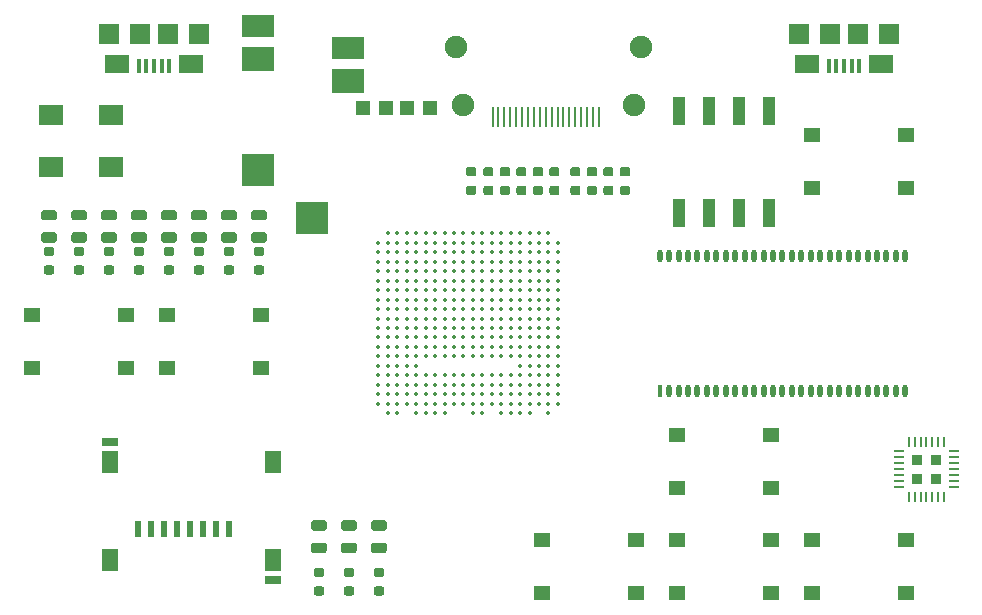
<source format=gtp>
G04 #@! TF.GenerationSoftware,KiCad,Pcbnew,5.0.0+dfsg1-2*
G04 #@! TF.CreationDate,2018-09-19T12:05:02+02:00*
G04 #@! TF.ProjectId,ulx3s,756C7833732E6B696361645F70636200,rev?*
G04 #@! TF.SameCoordinates,Original*
G04 #@! TF.FileFunction,Paste,Top*
G04 #@! TF.FilePolarity,Positive*
%FSLAX46Y46*%
G04 Gerber Fmt 4.6, Leading zero omitted, Abs format (unit mm)*
G04 Created by KiCad (PCBNEW 5.0.0+dfsg1-2) date Wed Sep 19 12:05:02 2018*
%MOMM*%
%LPD*%
G01*
G04 APERTURE LIST*
%ADD10O,0.460000X1.100000*%
%ADD11R,0.460000X1.100000*%
%ADD12C,0.350000*%
%ADD13R,0.875000X0.875000*%
%ADD14O,0.200000X0.850000*%
%ADD15O,0.850000X0.200000*%
%ADD16R,0.850000X0.200000*%
%ADD17C,0.100000*%
%ADD18C,0.775000*%
%ADD19C,0.875000*%
%ADD20R,1.020000X2.340000*%
%ADD21R,1.700000X1.800000*%
%ADD22R,0.300000X1.250000*%
%ADD23R,1.800000X1.800000*%
%ADD24R,2.000000X1.500000*%
%ADD25R,2.700000X1.900000*%
%ADD26R,2.700000X2.100000*%
%ADD27R,2.700000X2.700000*%
%ADD28R,0.200000X1.800000*%
%ADD29C,1.900000*%
%ADD30R,0.600000X1.400000*%
%ADD31R,1.350000X0.800000*%
%ADD32R,1.350000X1.900000*%
%ADD33R,2.100000X1.700000*%
%ADD34R,1.195000X1.300000*%
%ADD35R,1.450000X1.200000*%
G04 APERTURE END LIST*
D10*
G04 #@! TO.C,U2*
X175493000Y-82070000D03*
D11*
X154693000Y-93530000D03*
D10*
X155493000Y-93530000D03*
X156293000Y-93530000D03*
X157093000Y-93530000D03*
X157893000Y-93530000D03*
X158693000Y-93530000D03*
X159493000Y-93530000D03*
X160293000Y-93530000D03*
X161093000Y-93530000D03*
X161893000Y-93530000D03*
X162693000Y-93530000D03*
X163493000Y-93530000D03*
X164293000Y-93530000D03*
X165093000Y-93530000D03*
X165893000Y-93530000D03*
X166693000Y-93530000D03*
X167493000Y-93530000D03*
X168293000Y-93530000D03*
X169093000Y-93530000D03*
X169893000Y-93530000D03*
X170693000Y-93530000D03*
X171493000Y-93530000D03*
X172293000Y-93530000D03*
X173093000Y-93530000D03*
X173893000Y-93530000D03*
X174693000Y-93530000D03*
X175493000Y-93530000D03*
X174693000Y-82070000D03*
X173893000Y-82070000D03*
X173093000Y-82070000D03*
X172293000Y-82070000D03*
X171493000Y-82070000D03*
X170693000Y-82070000D03*
X169893000Y-82070000D03*
X169093000Y-82070000D03*
X168293000Y-82070000D03*
X167493000Y-82070000D03*
X166693000Y-82070000D03*
X165893000Y-82070000D03*
X165093000Y-82070000D03*
X164293000Y-82070000D03*
X163493000Y-82070000D03*
X162693000Y-82070000D03*
X161893000Y-82070000D03*
X161093000Y-82070000D03*
X160293000Y-82070000D03*
X159493000Y-82070000D03*
X158693000Y-82070000D03*
X157893000Y-82070000D03*
X157093000Y-82070000D03*
X156293000Y-82070000D03*
X155493000Y-82070000D03*
X154693000Y-82070000D03*
G04 #@! TD*
D12*
G04 #@! TO.C,U1*
X145280000Y-95400000D03*
X143680000Y-95400000D03*
X142880000Y-95400000D03*
X142080000Y-95400000D03*
X141280000Y-95400000D03*
X139680000Y-95400000D03*
X138880000Y-95400000D03*
X136480000Y-95400000D03*
X135680000Y-95400000D03*
X134880000Y-95400000D03*
X134080000Y-95400000D03*
X132480000Y-95400000D03*
X131680000Y-95400000D03*
X146080000Y-94600000D03*
X145280000Y-94600000D03*
X144480000Y-94600000D03*
X143680000Y-94600000D03*
X142880000Y-94600000D03*
X142080000Y-94600000D03*
X141280000Y-94600000D03*
X140480000Y-94600000D03*
X139680000Y-94600000D03*
X138880000Y-94600000D03*
X138080000Y-94600000D03*
X137280000Y-94600000D03*
X136480000Y-94600000D03*
X135680000Y-94600000D03*
X134880000Y-94600000D03*
X134080000Y-94600000D03*
X133280000Y-94600000D03*
X132480000Y-94600000D03*
X131680000Y-94600000D03*
X130880000Y-94600000D03*
X146080000Y-93800000D03*
X145280000Y-93800000D03*
X144480000Y-93800000D03*
X143680000Y-93800000D03*
X142880000Y-93800000D03*
X142080000Y-93800000D03*
X141280000Y-93800000D03*
X140480000Y-93800000D03*
X139680000Y-93800000D03*
X138880000Y-93800000D03*
X138080000Y-93800000D03*
X137280000Y-93800000D03*
X136480000Y-93800000D03*
X135680000Y-93800000D03*
X134880000Y-93800000D03*
X134080000Y-93800000D03*
X133280000Y-93800000D03*
X132480000Y-93800000D03*
X131680000Y-93800000D03*
X130880000Y-93800000D03*
X146080000Y-93000000D03*
X145280000Y-93000000D03*
X144480000Y-93000000D03*
X143680000Y-93000000D03*
X142880000Y-93000000D03*
X142080000Y-93000000D03*
X141280000Y-93000000D03*
X140480000Y-93000000D03*
X139680000Y-93000000D03*
X138880000Y-93000000D03*
X138080000Y-93000000D03*
X137280000Y-93000000D03*
X136480000Y-93000000D03*
X135680000Y-93000000D03*
X134880000Y-93000000D03*
X134080000Y-93000000D03*
X133280000Y-93000000D03*
X132480000Y-93000000D03*
X131680000Y-93000000D03*
X130880000Y-93000000D03*
X146080000Y-92200000D03*
X145280000Y-92200000D03*
X144480000Y-92200000D03*
X143680000Y-92200000D03*
X142880000Y-92200000D03*
X142080000Y-92200000D03*
X141280000Y-92200000D03*
X140480000Y-92200000D03*
X139680000Y-92200000D03*
X138880000Y-92200000D03*
X138080000Y-92200000D03*
X137280000Y-92200000D03*
X136480000Y-92200000D03*
X135680000Y-92200000D03*
X134880000Y-92200000D03*
X134080000Y-92200000D03*
X133280000Y-92200000D03*
X132480000Y-92200000D03*
X131680000Y-92200000D03*
X130880000Y-92200000D03*
X146080000Y-91400000D03*
X145280000Y-91400000D03*
X144480000Y-91400000D03*
X143680000Y-91400000D03*
X142880000Y-91400000D03*
X134080000Y-91400000D03*
X133280000Y-91400000D03*
X132480000Y-91400000D03*
X131680000Y-91400000D03*
X130880000Y-91400000D03*
X146080000Y-90600000D03*
X145280000Y-90600000D03*
X144480000Y-90600000D03*
X143680000Y-90600000D03*
X142880000Y-90600000D03*
X142080000Y-90600000D03*
X141280000Y-90600000D03*
X140480000Y-90600000D03*
X139680000Y-90600000D03*
X138880000Y-90600000D03*
X138080000Y-90600000D03*
X137280000Y-90600000D03*
X136480000Y-90600000D03*
X135680000Y-90600000D03*
X134880000Y-90600000D03*
X134080000Y-90600000D03*
X133280000Y-90600000D03*
X132480000Y-90600000D03*
X131680000Y-90600000D03*
X130880000Y-90600000D03*
X146080000Y-89800000D03*
X145280000Y-89800000D03*
X144480000Y-89800000D03*
X143680000Y-89800000D03*
X142880000Y-89800000D03*
X142080000Y-89800000D03*
X141280000Y-89800000D03*
X140480000Y-89800000D03*
X139680000Y-89800000D03*
X138880000Y-89800000D03*
X138080000Y-89800000D03*
X137280000Y-89800000D03*
X136480000Y-89800000D03*
X135680000Y-89800000D03*
X134880000Y-89800000D03*
X134080000Y-89800000D03*
X133280000Y-89800000D03*
X132480000Y-89800000D03*
X131680000Y-89800000D03*
X130880000Y-89800000D03*
X146080000Y-89000000D03*
X145280000Y-89000000D03*
X144480000Y-89000000D03*
X143680000Y-89000000D03*
X142880000Y-89000000D03*
X142080000Y-89000000D03*
X141280000Y-89000000D03*
X140480000Y-89000000D03*
X139680000Y-89000000D03*
X138880000Y-89000000D03*
X138080000Y-89000000D03*
X137280000Y-89000000D03*
X136480000Y-89000000D03*
X135680000Y-89000000D03*
X134880000Y-89000000D03*
X134080000Y-89000000D03*
X133280000Y-89000000D03*
X132480000Y-89000000D03*
X131680000Y-89000000D03*
X130880000Y-89000000D03*
X146080000Y-88200000D03*
X145280000Y-88200000D03*
X144480000Y-88200000D03*
X143680000Y-88200000D03*
X142880000Y-88200000D03*
X142080000Y-88200000D03*
X141280000Y-88200000D03*
X140480000Y-88200000D03*
X139680000Y-88200000D03*
X138880000Y-88200000D03*
X138080000Y-88200000D03*
X137280000Y-88200000D03*
X136480000Y-88200000D03*
X135680000Y-88200000D03*
X134880000Y-88200000D03*
X134080000Y-88200000D03*
X133280000Y-88200000D03*
X132480000Y-88200000D03*
X131680000Y-88200000D03*
X130880000Y-88200000D03*
X146080000Y-87400000D03*
X145280000Y-87400000D03*
X144480000Y-87400000D03*
X143680000Y-87400000D03*
X142880000Y-87400000D03*
X142080000Y-87400000D03*
X141280000Y-87400000D03*
X140480000Y-87400000D03*
X139680000Y-87400000D03*
X138880000Y-87400000D03*
X138080000Y-87400000D03*
X137280000Y-87400000D03*
X136480000Y-87400000D03*
X135680000Y-87400000D03*
X134880000Y-87400000D03*
X134080000Y-87400000D03*
X133280000Y-87400000D03*
X132480000Y-87400000D03*
X131680000Y-87400000D03*
X130880000Y-87400000D03*
X146080000Y-86600000D03*
X145280000Y-86600000D03*
X144480000Y-86600000D03*
X143680000Y-86600000D03*
X142880000Y-86600000D03*
X142080000Y-86600000D03*
X141280000Y-86600000D03*
X140480000Y-86600000D03*
X139680000Y-86600000D03*
X138880000Y-86600000D03*
X138080000Y-86600000D03*
X137280000Y-86600000D03*
X136480000Y-86600000D03*
X135680000Y-86600000D03*
X134880000Y-86600000D03*
X134080000Y-86600000D03*
X133280000Y-86600000D03*
X132480000Y-86600000D03*
X131680000Y-86600000D03*
X130880000Y-86600000D03*
X146080000Y-85800000D03*
X145280000Y-85800000D03*
X144480000Y-85800000D03*
X143680000Y-85800000D03*
X142880000Y-85800000D03*
X142080000Y-85800000D03*
X141280000Y-85800000D03*
X140480000Y-85800000D03*
X139680000Y-85800000D03*
X138880000Y-85800000D03*
X138080000Y-85800000D03*
X137280000Y-85800000D03*
X136480000Y-85800000D03*
X135680000Y-85800000D03*
X134880000Y-85800000D03*
X134080000Y-85800000D03*
X133280000Y-85800000D03*
X132480000Y-85800000D03*
X131680000Y-85800000D03*
X130880000Y-85800000D03*
X146080000Y-85000000D03*
X145280000Y-85000000D03*
X144480000Y-85000000D03*
X143680000Y-85000000D03*
X142880000Y-85000000D03*
X142080000Y-85000000D03*
X141280000Y-85000000D03*
X140480000Y-85000000D03*
X139680000Y-85000000D03*
X138880000Y-85000000D03*
X138080000Y-85000000D03*
X137280000Y-85000000D03*
X136480000Y-85000000D03*
X135680000Y-85000000D03*
X134880000Y-85000000D03*
X134080000Y-85000000D03*
X133280000Y-85000000D03*
X132480000Y-85000000D03*
X131680000Y-85000000D03*
X130880000Y-85000000D03*
X146080000Y-84200000D03*
X145280000Y-84200000D03*
X144480000Y-84200000D03*
X143680000Y-84200000D03*
X142880000Y-84200000D03*
X142080000Y-84200000D03*
X141280000Y-84200000D03*
X140480000Y-84200000D03*
X139680000Y-84200000D03*
X138880000Y-84200000D03*
X138080000Y-84200000D03*
X137280000Y-84200000D03*
X136480000Y-84200000D03*
X135680000Y-84200000D03*
X134880000Y-84200000D03*
X134080000Y-84200000D03*
X133280000Y-84200000D03*
X132480000Y-84200000D03*
X131680000Y-84200000D03*
X130880000Y-84200000D03*
X146080000Y-83400000D03*
X145280000Y-83400000D03*
X144480000Y-83400000D03*
X143680000Y-83400000D03*
X142880000Y-83400000D03*
X142080000Y-83400000D03*
X141280000Y-83400000D03*
X140480000Y-83400000D03*
X139680000Y-83400000D03*
X138880000Y-83400000D03*
X138080000Y-83400000D03*
X137280000Y-83400000D03*
X136480000Y-83400000D03*
X135680000Y-83400000D03*
X134880000Y-83400000D03*
X134080000Y-83400000D03*
X133280000Y-83400000D03*
X132480000Y-83400000D03*
X131680000Y-83400000D03*
X130880000Y-83400000D03*
X146080000Y-82600000D03*
X145280000Y-82600000D03*
X144480000Y-82600000D03*
X143680000Y-82600000D03*
X142880000Y-82600000D03*
X142080000Y-82600000D03*
X141280000Y-82600000D03*
X140480000Y-82600000D03*
X139680000Y-82600000D03*
X138880000Y-82600000D03*
X138080000Y-82600000D03*
X137280000Y-82600000D03*
X136480000Y-82600000D03*
X135680000Y-82600000D03*
X134880000Y-82600000D03*
X134080000Y-82600000D03*
X133280000Y-82600000D03*
X132480000Y-82600000D03*
X131680000Y-82600000D03*
X130880000Y-82600000D03*
X146080000Y-81800000D03*
X145280000Y-81800000D03*
X144480000Y-81800000D03*
X143680000Y-81800000D03*
X142880000Y-81800000D03*
X142080000Y-81800000D03*
X141280000Y-81800000D03*
X140480000Y-81800000D03*
X139680000Y-81800000D03*
X138880000Y-81800000D03*
X138080000Y-81800000D03*
X137280000Y-81800000D03*
X136480000Y-81800000D03*
X135680000Y-81800000D03*
X134880000Y-81800000D03*
X134080000Y-81800000D03*
X133280000Y-81800000D03*
X132480000Y-81800000D03*
X131680000Y-81800000D03*
X130880000Y-81800000D03*
X146080000Y-81000000D03*
X145280000Y-81000000D03*
X144480000Y-81000000D03*
X143680000Y-81000000D03*
X142880000Y-81000000D03*
X142080000Y-81000000D03*
X141280000Y-81000000D03*
X140480000Y-81000000D03*
X139680000Y-81000000D03*
X138880000Y-81000000D03*
X138080000Y-81000000D03*
X137280000Y-81000000D03*
X136480000Y-81000000D03*
X135680000Y-81000000D03*
X134880000Y-81000000D03*
X134080000Y-81000000D03*
X133280000Y-81000000D03*
X132480000Y-81000000D03*
X131680000Y-81000000D03*
X130880000Y-81000000D03*
X145280000Y-80200000D03*
X144480000Y-80200000D03*
X143680000Y-80200000D03*
X142880000Y-80200000D03*
X142080000Y-80200000D03*
X141280000Y-80200000D03*
X140480000Y-80200000D03*
X139680000Y-80200000D03*
X138880000Y-80200000D03*
X138080000Y-80200000D03*
X137280000Y-80200000D03*
X136480000Y-80200000D03*
X135680000Y-80200000D03*
X134880000Y-80200000D03*
X134080000Y-80200000D03*
X133280000Y-80200000D03*
X132480000Y-80200000D03*
X131680000Y-80200000D03*
G04 #@! TD*
D13*
G04 #@! TO.C,U8*
X178097500Y-100967500D03*
X178097500Y-99342500D03*
X176472500Y-100967500D03*
X176472500Y-99342500D03*
D14*
X178785000Y-102495000D03*
X178285000Y-102495000D03*
X177785000Y-102495000D03*
X177285000Y-102495000D03*
X176785000Y-102495000D03*
X176285000Y-102495000D03*
X175785000Y-102495000D03*
D15*
X174945000Y-101655000D03*
X174945000Y-101155000D03*
X174945000Y-100655000D03*
X174945000Y-100155000D03*
X174945000Y-99655000D03*
X174945000Y-99155000D03*
X174945000Y-98655000D03*
D14*
X175785000Y-97815000D03*
X176285000Y-97815000D03*
X176785000Y-97815000D03*
X177285000Y-97815000D03*
X177785000Y-97815000D03*
X178285000Y-97815000D03*
X178785000Y-97815000D03*
D15*
X179625000Y-98655000D03*
X179625000Y-99155000D03*
X179625000Y-99655000D03*
X179625000Y-100155000D03*
X179625000Y-100655000D03*
X179625000Y-101155000D03*
D16*
X179625000Y-101655000D03*
G04 #@! TD*
D17*
G04 #@! TO.C,C37*
G36*
X152008241Y-74596933D02*
X152027049Y-74599723D01*
X152045493Y-74604343D01*
X152063395Y-74610748D01*
X152080583Y-74618878D01*
X152096892Y-74628653D01*
X152112164Y-74639979D01*
X152126252Y-74652748D01*
X152139021Y-74666836D01*
X152150347Y-74682108D01*
X152160122Y-74698417D01*
X152168252Y-74715605D01*
X152174657Y-74733507D01*
X152179277Y-74751951D01*
X152182067Y-74770759D01*
X152183000Y-74789750D01*
X152183000Y-75177250D01*
X152182067Y-75196241D01*
X152179277Y-75215049D01*
X152174657Y-75233493D01*
X152168252Y-75251395D01*
X152160122Y-75268583D01*
X152150347Y-75284892D01*
X152139021Y-75300164D01*
X152126252Y-75314252D01*
X152112164Y-75327021D01*
X152096892Y-75338347D01*
X152080583Y-75348122D01*
X152063395Y-75356252D01*
X152045493Y-75362657D01*
X152027049Y-75367277D01*
X152008241Y-75370067D01*
X151989250Y-75371000D01*
X151526750Y-75371000D01*
X151507759Y-75370067D01*
X151488951Y-75367277D01*
X151470507Y-75362657D01*
X151452605Y-75356252D01*
X151435417Y-75348122D01*
X151419108Y-75338347D01*
X151403836Y-75327021D01*
X151389748Y-75314252D01*
X151376979Y-75300164D01*
X151365653Y-75284892D01*
X151355878Y-75268583D01*
X151347748Y-75251395D01*
X151341343Y-75233493D01*
X151336723Y-75215049D01*
X151333933Y-75196241D01*
X151333000Y-75177250D01*
X151333000Y-74789750D01*
X151333933Y-74770759D01*
X151336723Y-74751951D01*
X151341343Y-74733507D01*
X151347748Y-74715605D01*
X151355878Y-74698417D01*
X151365653Y-74682108D01*
X151376979Y-74666836D01*
X151389748Y-74652748D01*
X151403836Y-74639979D01*
X151419108Y-74628653D01*
X151435417Y-74618878D01*
X151452605Y-74610748D01*
X151470507Y-74604343D01*
X151488951Y-74599723D01*
X151507759Y-74596933D01*
X151526750Y-74596000D01*
X151989250Y-74596000D01*
X152008241Y-74596933D01*
X152008241Y-74596933D01*
G37*
D18*
X151758000Y-74983500D03*
D17*
G36*
X152008241Y-76171933D02*
X152027049Y-76174723D01*
X152045493Y-76179343D01*
X152063395Y-76185748D01*
X152080583Y-76193878D01*
X152096892Y-76203653D01*
X152112164Y-76214979D01*
X152126252Y-76227748D01*
X152139021Y-76241836D01*
X152150347Y-76257108D01*
X152160122Y-76273417D01*
X152168252Y-76290605D01*
X152174657Y-76308507D01*
X152179277Y-76326951D01*
X152182067Y-76345759D01*
X152183000Y-76364750D01*
X152183000Y-76752250D01*
X152182067Y-76771241D01*
X152179277Y-76790049D01*
X152174657Y-76808493D01*
X152168252Y-76826395D01*
X152160122Y-76843583D01*
X152150347Y-76859892D01*
X152139021Y-76875164D01*
X152126252Y-76889252D01*
X152112164Y-76902021D01*
X152096892Y-76913347D01*
X152080583Y-76923122D01*
X152063395Y-76931252D01*
X152045493Y-76937657D01*
X152027049Y-76942277D01*
X152008241Y-76945067D01*
X151989250Y-76946000D01*
X151526750Y-76946000D01*
X151507759Y-76945067D01*
X151488951Y-76942277D01*
X151470507Y-76937657D01*
X151452605Y-76931252D01*
X151435417Y-76923122D01*
X151419108Y-76913347D01*
X151403836Y-76902021D01*
X151389748Y-76889252D01*
X151376979Y-76875164D01*
X151365653Y-76859892D01*
X151355878Y-76843583D01*
X151347748Y-76826395D01*
X151341343Y-76808493D01*
X151336723Y-76790049D01*
X151333933Y-76771241D01*
X151333000Y-76752250D01*
X151333000Y-76364750D01*
X151333933Y-76345759D01*
X151336723Y-76326951D01*
X151341343Y-76308507D01*
X151347748Y-76290605D01*
X151355878Y-76273417D01*
X151365653Y-76257108D01*
X151376979Y-76241836D01*
X151389748Y-76227748D01*
X151403836Y-76214979D01*
X151419108Y-76203653D01*
X151435417Y-76193878D01*
X151452605Y-76185748D01*
X151470507Y-76179343D01*
X151488951Y-76174723D01*
X151507759Y-76171933D01*
X151526750Y-76171000D01*
X151989250Y-76171000D01*
X152008241Y-76171933D01*
X152008241Y-76171933D01*
G37*
D18*
X151758000Y-76558500D03*
G04 #@! TD*
D17*
G04 #@! TO.C,C36*
G36*
X150611241Y-74596933D02*
X150630049Y-74599723D01*
X150648493Y-74604343D01*
X150666395Y-74610748D01*
X150683583Y-74618878D01*
X150699892Y-74628653D01*
X150715164Y-74639979D01*
X150729252Y-74652748D01*
X150742021Y-74666836D01*
X150753347Y-74682108D01*
X150763122Y-74698417D01*
X150771252Y-74715605D01*
X150777657Y-74733507D01*
X150782277Y-74751951D01*
X150785067Y-74770759D01*
X150786000Y-74789750D01*
X150786000Y-75177250D01*
X150785067Y-75196241D01*
X150782277Y-75215049D01*
X150777657Y-75233493D01*
X150771252Y-75251395D01*
X150763122Y-75268583D01*
X150753347Y-75284892D01*
X150742021Y-75300164D01*
X150729252Y-75314252D01*
X150715164Y-75327021D01*
X150699892Y-75338347D01*
X150683583Y-75348122D01*
X150666395Y-75356252D01*
X150648493Y-75362657D01*
X150630049Y-75367277D01*
X150611241Y-75370067D01*
X150592250Y-75371000D01*
X150129750Y-75371000D01*
X150110759Y-75370067D01*
X150091951Y-75367277D01*
X150073507Y-75362657D01*
X150055605Y-75356252D01*
X150038417Y-75348122D01*
X150022108Y-75338347D01*
X150006836Y-75327021D01*
X149992748Y-75314252D01*
X149979979Y-75300164D01*
X149968653Y-75284892D01*
X149958878Y-75268583D01*
X149950748Y-75251395D01*
X149944343Y-75233493D01*
X149939723Y-75215049D01*
X149936933Y-75196241D01*
X149936000Y-75177250D01*
X149936000Y-74789750D01*
X149936933Y-74770759D01*
X149939723Y-74751951D01*
X149944343Y-74733507D01*
X149950748Y-74715605D01*
X149958878Y-74698417D01*
X149968653Y-74682108D01*
X149979979Y-74666836D01*
X149992748Y-74652748D01*
X150006836Y-74639979D01*
X150022108Y-74628653D01*
X150038417Y-74618878D01*
X150055605Y-74610748D01*
X150073507Y-74604343D01*
X150091951Y-74599723D01*
X150110759Y-74596933D01*
X150129750Y-74596000D01*
X150592250Y-74596000D01*
X150611241Y-74596933D01*
X150611241Y-74596933D01*
G37*
D18*
X150361000Y-74983500D03*
D17*
G36*
X150611241Y-76171933D02*
X150630049Y-76174723D01*
X150648493Y-76179343D01*
X150666395Y-76185748D01*
X150683583Y-76193878D01*
X150699892Y-76203653D01*
X150715164Y-76214979D01*
X150729252Y-76227748D01*
X150742021Y-76241836D01*
X150753347Y-76257108D01*
X150763122Y-76273417D01*
X150771252Y-76290605D01*
X150777657Y-76308507D01*
X150782277Y-76326951D01*
X150785067Y-76345759D01*
X150786000Y-76364750D01*
X150786000Y-76752250D01*
X150785067Y-76771241D01*
X150782277Y-76790049D01*
X150777657Y-76808493D01*
X150771252Y-76826395D01*
X150763122Y-76843583D01*
X150753347Y-76859892D01*
X150742021Y-76875164D01*
X150729252Y-76889252D01*
X150715164Y-76902021D01*
X150699892Y-76913347D01*
X150683583Y-76923122D01*
X150666395Y-76931252D01*
X150648493Y-76937657D01*
X150630049Y-76942277D01*
X150611241Y-76945067D01*
X150592250Y-76946000D01*
X150129750Y-76946000D01*
X150110759Y-76945067D01*
X150091951Y-76942277D01*
X150073507Y-76937657D01*
X150055605Y-76931252D01*
X150038417Y-76923122D01*
X150022108Y-76913347D01*
X150006836Y-76902021D01*
X149992748Y-76889252D01*
X149979979Y-76875164D01*
X149968653Y-76859892D01*
X149958878Y-76843583D01*
X149950748Y-76826395D01*
X149944343Y-76808493D01*
X149939723Y-76790049D01*
X149936933Y-76771241D01*
X149936000Y-76752250D01*
X149936000Y-76364750D01*
X149936933Y-76345759D01*
X149939723Y-76326951D01*
X149944343Y-76308507D01*
X149950748Y-76290605D01*
X149958878Y-76273417D01*
X149968653Y-76257108D01*
X149979979Y-76241836D01*
X149992748Y-76227748D01*
X150006836Y-76214979D01*
X150022108Y-76203653D01*
X150038417Y-76193878D01*
X150055605Y-76185748D01*
X150073507Y-76179343D01*
X150091951Y-76174723D01*
X150110759Y-76171933D01*
X150129750Y-76171000D01*
X150592250Y-76171000D01*
X150611241Y-76171933D01*
X150611241Y-76171933D01*
G37*
D18*
X150361000Y-76558500D03*
G04 #@! TD*
D17*
G04 #@! TO.C,C41*
G36*
X149214241Y-74596933D02*
X149233049Y-74599723D01*
X149251493Y-74604343D01*
X149269395Y-74610748D01*
X149286583Y-74618878D01*
X149302892Y-74628653D01*
X149318164Y-74639979D01*
X149332252Y-74652748D01*
X149345021Y-74666836D01*
X149356347Y-74682108D01*
X149366122Y-74698417D01*
X149374252Y-74715605D01*
X149380657Y-74733507D01*
X149385277Y-74751951D01*
X149388067Y-74770759D01*
X149389000Y-74789750D01*
X149389000Y-75177250D01*
X149388067Y-75196241D01*
X149385277Y-75215049D01*
X149380657Y-75233493D01*
X149374252Y-75251395D01*
X149366122Y-75268583D01*
X149356347Y-75284892D01*
X149345021Y-75300164D01*
X149332252Y-75314252D01*
X149318164Y-75327021D01*
X149302892Y-75338347D01*
X149286583Y-75348122D01*
X149269395Y-75356252D01*
X149251493Y-75362657D01*
X149233049Y-75367277D01*
X149214241Y-75370067D01*
X149195250Y-75371000D01*
X148732750Y-75371000D01*
X148713759Y-75370067D01*
X148694951Y-75367277D01*
X148676507Y-75362657D01*
X148658605Y-75356252D01*
X148641417Y-75348122D01*
X148625108Y-75338347D01*
X148609836Y-75327021D01*
X148595748Y-75314252D01*
X148582979Y-75300164D01*
X148571653Y-75284892D01*
X148561878Y-75268583D01*
X148553748Y-75251395D01*
X148547343Y-75233493D01*
X148542723Y-75215049D01*
X148539933Y-75196241D01*
X148539000Y-75177250D01*
X148539000Y-74789750D01*
X148539933Y-74770759D01*
X148542723Y-74751951D01*
X148547343Y-74733507D01*
X148553748Y-74715605D01*
X148561878Y-74698417D01*
X148571653Y-74682108D01*
X148582979Y-74666836D01*
X148595748Y-74652748D01*
X148609836Y-74639979D01*
X148625108Y-74628653D01*
X148641417Y-74618878D01*
X148658605Y-74610748D01*
X148676507Y-74604343D01*
X148694951Y-74599723D01*
X148713759Y-74596933D01*
X148732750Y-74596000D01*
X149195250Y-74596000D01*
X149214241Y-74596933D01*
X149214241Y-74596933D01*
G37*
D18*
X148964000Y-74983500D03*
D17*
G36*
X149214241Y-76171933D02*
X149233049Y-76174723D01*
X149251493Y-76179343D01*
X149269395Y-76185748D01*
X149286583Y-76193878D01*
X149302892Y-76203653D01*
X149318164Y-76214979D01*
X149332252Y-76227748D01*
X149345021Y-76241836D01*
X149356347Y-76257108D01*
X149366122Y-76273417D01*
X149374252Y-76290605D01*
X149380657Y-76308507D01*
X149385277Y-76326951D01*
X149388067Y-76345759D01*
X149389000Y-76364750D01*
X149389000Y-76752250D01*
X149388067Y-76771241D01*
X149385277Y-76790049D01*
X149380657Y-76808493D01*
X149374252Y-76826395D01*
X149366122Y-76843583D01*
X149356347Y-76859892D01*
X149345021Y-76875164D01*
X149332252Y-76889252D01*
X149318164Y-76902021D01*
X149302892Y-76913347D01*
X149286583Y-76923122D01*
X149269395Y-76931252D01*
X149251493Y-76937657D01*
X149233049Y-76942277D01*
X149214241Y-76945067D01*
X149195250Y-76946000D01*
X148732750Y-76946000D01*
X148713759Y-76945067D01*
X148694951Y-76942277D01*
X148676507Y-76937657D01*
X148658605Y-76931252D01*
X148641417Y-76923122D01*
X148625108Y-76913347D01*
X148609836Y-76902021D01*
X148595748Y-76889252D01*
X148582979Y-76875164D01*
X148571653Y-76859892D01*
X148561878Y-76843583D01*
X148553748Y-76826395D01*
X148547343Y-76808493D01*
X148542723Y-76790049D01*
X148539933Y-76771241D01*
X148539000Y-76752250D01*
X148539000Y-76364750D01*
X148539933Y-76345759D01*
X148542723Y-76326951D01*
X148547343Y-76308507D01*
X148553748Y-76290605D01*
X148561878Y-76273417D01*
X148571653Y-76257108D01*
X148582979Y-76241836D01*
X148595748Y-76227748D01*
X148609836Y-76214979D01*
X148625108Y-76203653D01*
X148641417Y-76193878D01*
X148658605Y-76185748D01*
X148676507Y-76179343D01*
X148694951Y-76174723D01*
X148713759Y-76171933D01*
X148732750Y-76171000D01*
X149195250Y-76171000D01*
X149214241Y-76171933D01*
X149214241Y-76171933D01*
G37*
D18*
X148964000Y-76558500D03*
G04 #@! TD*
D17*
G04 #@! TO.C,C45*
G36*
X147817241Y-74584933D02*
X147836049Y-74587723D01*
X147854493Y-74592343D01*
X147872395Y-74598748D01*
X147889583Y-74606878D01*
X147905892Y-74616653D01*
X147921164Y-74627979D01*
X147935252Y-74640748D01*
X147948021Y-74654836D01*
X147959347Y-74670108D01*
X147969122Y-74686417D01*
X147977252Y-74703605D01*
X147983657Y-74721507D01*
X147988277Y-74739951D01*
X147991067Y-74758759D01*
X147992000Y-74777750D01*
X147992000Y-75165250D01*
X147991067Y-75184241D01*
X147988277Y-75203049D01*
X147983657Y-75221493D01*
X147977252Y-75239395D01*
X147969122Y-75256583D01*
X147959347Y-75272892D01*
X147948021Y-75288164D01*
X147935252Y-75302252D01*
X147921164Y-75315021D01*
X147905892Y-75326347D01*
X147889583Y-75336122D01*
X147872395Y-75344252D01*
X147854493Y-75350657D01*
X147836049Y-75355277D01*
X147817241Y-75358067D01*
X147798250Y-75359000D01*
X147335750Y-75359000D01*
X147316759Y-75358067D01*
X147297951Y-75355277D01*
X147279507Y-75350657D01*
X147261605Y-75344252D01*
X147244417Y-75336122D01*
X147228108Y-75326347D01*
X147212836Y-75315021D01*
X147198748Y-75302252D01*
X147185979Y-75288164D01*
X147174653Y-75272892D01*
X147164878Y-75256583D01*
X147156748Y-75239395D01*
X147150343Y-75221493D01*
X147145723Y-75203049D01*
X147142933Y-75184241D01*
X147142000Y-75165250D01*
X147142000Y-74777750D01*
X147142933Y-74758759D01*
X147145723Y-74739951D01*
X147150343Y-74721507D01*
X147156748Y-74703605D01*
X147164878Y-74686417D01*
X147174653Y-74670108D01*
X147185979Y-74654836D01*
X147198748Y-74640748D01*
X147212836Y-74627979D01*
X147228108Y-74616653D01*
X147244417Y-74606878D01*
X147261605Y-74598748D01*
X147279507Y-74592343D01*
X147297951Y-74587723D01*
X147316759Y-74584933D01*
X147335750Y-74584000D01*
X147798250Y-74584000D01*
X147817241Y-74584933D01*
X147817241Y-74584933D01*
G37*
D18*
X147567000Y-74971500D03*
D17*
G36*
X147817241Y-76159933D02*
X147836049Y-76162723D01*
X147854493Y-76167343D01*
X147872395Y-76173748D01*
X147889583Y-76181878D01*
X147905892Y-76191653D01*
X147921164Y-76202979D01*
X147935252Y-76215748D01*
X147948021Y-76229836D01*
X147959347Y-76245108D01*
X147969122Y-76261417D01*
X147977252Y-76278605D01*
X147983657Y-76296507D01*
X147988277Y-76314951D01*
X147991067Y-76333759D01*
X147992000Y-76352750D01*
X147992000Y-76740250D01*
X147991067Y-76759241D01*
X147988277Y-76778049D01*
X147983657Y-76796493D01*
X147977252Y-76814395D01*
X147969122Y-76831583D01*
X147959347Y-76847892D01*
X147948021Y-76863164D01*
X147935252Y-76877252D01*
X147921164Y-76890021D01*
X147905892Y-76901347D01*
X147889583Y-76911122D01*
X147872395Y-76919252D01*
X147854493Y-76925657D01*
X147836049Y-76930277D01*
X147817241Y-76933067D01*
X147798250Y-76934000D01*
X147335750Y-76934000D01*
X147316759Y-76933067D01*
X147297951Y-76930277D01*
X147279507Y-76925657D01*
X147261605Y-76919252D01*
X147244417Y-76911122D01*
X147228108Y-76901347D01*
X147212836Y-76890021D01*
X147198748Y-76877252D01*
X147185979Y-76863164D01*
X147174653Y-76847892D01*
X147164878Y-76831583D01*
X147156748Y-76814395D01*
X147150343Y-76796493D01*
X147145723Y-76778049D01*
X147142933Y-76759241D01*
X147142000Y-76740250D01*
X147142000Y-76352750D01*
X147142933Y-76333759D01*
X147145723Y-76314951D01*
X147150343Y-76296507D01*
X147156748Y-76278605D01*
X147164878Y-76261417D01*
X147174653Y-76245108D01*
X147185979Y-76229836D01*
X147198748Y-76215748D01*
X147212836Y-76202979D01*
X147228108Y-76191653D01*
X147244417Y-76181878D01*
X147261605Y-76173748D01*
X147279507Y-76167343D01*
X147297951Y-76162723D01*
X147316759Y-76159933D01*
X147335750Y-76159000D01*
X147798250Y-76159000D01*
X147817241Y-76159933D01*
X147817241Y-76159933D01*
G37*
D18*
X147567000Y-76546500D03*
G04 #@! TD*
D17*
G04 #@! TO.C,C40*
G36*
X146039241Y-74596933D02*
X146058049Y-74599723D01*
X146076493Y-74604343D01*
X146094395Y-74610748D01*
X146111583Y-74618878D01*
X146127892Y-74628653D01*
X146143164Y-74639979D01*
X146157252Y-74652748D01*
X146170021Y-74666836D01*
X146181347Y-74682108D01*
X146191122Y-74698417D01*
X146199252Y-74715605D01*
X146205657Y-74733507D01*
X146210277Y-74751951D01*
X146213067Y-74770759D01*
X146214000Y-74789750D01*
X146214000Y-75177250D01*
X146213067Y-75196241D01*
X146210277Y-75215049D01*
X146205657Y-75233493D01*
X146199252Y-75251395D01*
X146191122Y-75268583D01*
X146181347Y-75284892D01*
X146170021Y-75300164D01*
X146157252Y-75314252D01*
X146143164Y-75327021D01*
X146127892Y-75338347D01*
X146111583Y-75348122D01*
X146094395Y-75356252D01*
X146076493Y-75362657D01*
X146058049Y-75367277D01*
X146039241Y-75370067D01*
X146020250Y-75371000D01*
X145557750Y-75371000D01*
X145538759Y-75370067D01*
X145519951Y-75367277D01*
X145501507Y-75362657D01*
X145483605Y-75356252D01*
X145466417Y-75348122D01*
X145450108Y-75338347D01*
X145434836Y-75327021D01*
X145420748Y-75314252D01*
X145407979Y-75300164D01*
X145396653Y-75284892D01*
X145386878Y-75268583D01*
X145378748Y-75251395D01*
X145372343Y-75233493D01*
X145367723Y-75215049D01*
X145364933Y-75196241D01*
X145364000Y-75177250D01*
X145364000Y-74789750D01*
X145364933Y-74770759D01*
X145367723Y-74751951D01*
X145372343Y-74733507D01*
X145378748Y-74715605D01*
X145386878Y-74698417D01*
X145396653Y-74682108D01*
X145407979Y-74666836D01*
X145420748Y-74652748D01*
X145434836Y-74639979D01*
X145450108Y-74628653D01*
X145466417Y-74618878D01*
X145483605Y-74610748D01*
X145501507Y-74604343D01*
X145519951Y-74599723D01*
X145538759Y-74596933D01*
X145557750Y-74596000D01*
X146020250Y-74596000D01*
X146039241Y-74596933D01*
X146039241Y-74596933D01*
G37*
D18*
X145789000Y-74983500D03*
D17*
G36*
X146039241Y-76171933D02*
X146058049Y-76174723D01*
X146076493Y-76179343D01*
X146094395Y-76185748D01*
X146111583Y-76193878D01*
X146127892Y-76203653D01*
X146143164Y-76214979D01*
X146157252Y-76227748D01*
X146170021Y-76241836D01*
X146181347Y-76257108D01*
X146191122Y-76273417D01*
X146199252Y-76290605D01*
X146205657Y-76308507D01*
X146210277Y-76326951D01*
X146213067Y-76345759D01*
X146214000Y-76364750D01*
X146214000Y-76752250D01*
X146213067Y-76771241D01*
X146210277Y-76790049D01*
X146205657Y-76808493D01*
X146199252Y-76826395D01*
X146191122Y-76843583D01*
X146181347Y-76859892D01*
X146170021Y-76875164D01*
X146157252Y-76889252D01*
X146143164Y-76902021D01*
X146127892Y-76913347D01*
X146111583Y-76923122D01*
X146094395Y-76931252D01*
X146076493Y-76937657D01*
X146058049Y-76942277D01*
X146039241Y-76945067D01*
X146020250Y-76946000D01*
X145557750Y-76946000D01*
X145538759Y-76945067D01*
X145519951Y-76942277D01*
X145501507Y-76937657D01*
X145483605Y-76931252D01*
X145466417Y-76923122D01*
X145450108Y-76913347D01*
X145434836Y-76902021D01*
X145420748Y-76889252D01*
X145407979Y-76875164D01*
X145396653Y-76859892D01*
X145386878Y-76843583D01*
X145378748Y-76826395D01*
X145372343Y-76808493D01*
X145367723Y-76790049D01*
X145364933Y-76771241D01*
X145364000Y-76752250D01*
X145364000Y-76364750D01*
X145364933Y-76345759D01*
X145367723Y-76326951D01*
X145372343Y-76308507D01*
X145378748Y-76290605D01*
X145386878Y-76273417D01*
X145396653Y-76257108D01*
X145407979Y-76241836D01*
X145420748Y-76227748D01*
X145434836Y-76214979D01*
X145450108Y-76203653D01*
X145466417Y-76193878D01*
X145483605Y-76185748D01*
X145501507Y-76179343D01*
X145519951Y-76174723D01*
X145538759Y-76171933D01*
X145557750Y-76171000D01*
X146020250Y-76171000D01*
X146039241Y-76171933D01*
X146039241Y-76171933D01*
G37*
D18*
X145789000Y-76558500D03*
G04 #@! TD*
D17*
G04 #@! TO.C,C44*
G36*
X144642241Y-74596933D02*
X144661049Y-74599723D01*
X144679493Y-74604343D01*
X144697395Y-74610748D01*
X144714583Y-74618878D01*
X144730892Y-74628653D01*
X144746164Y-74639979D01*
X144760252Y-74652748D01*
X144773021Y-74666836D01*
X144784347Y-74682108D01*
X144794122Y-74698417D01*
X144802252Y-74715605D01*
X144808657Y-74733507D01*
X144813277Y-74751951D01*
X144816067Y-74770759D01*
X144817000Y-74789750D01*
X144817000Y-75177250D01*
X144816067Y-75196241D01*
X144813277Y-75215049D01*
X144808657Y-75233493D01*
X144802252Y-75251395D01*
X144794122Y-75268583D01*
X144784347Y-75284892D01*
X144773021Y-75300164D01*
X144760252Y-75314252D01*
X144746164Y-75327021D01*
X144730892Y-75338347D01*
X144714583Y-75348122D01*
X144697395Y-75356252D01*
X144679493Y-75362657D01*
X144661049Y-75367277D01*
X144642241Y-75370067D01*
X144623250Y-75371000D01*
X144160750Y-75371000D01*
X144141759Y-75370067D01*
X144122951Y-75367277D01*
X144104507Y-75362657D01*
X144086605Y-75356252D01*
X144069417Y-75348122D01*
X144053108Y-75338347D01*
X144037836Y-75327021D01*
X144023748Y-75314252D01*
X144010979Y-75300164D01*
X143999653Y-75284892D01*
X143989878Y-75268583D01*
X143981748Y-75251395D01*
X143975343Y-75233493D01*
X143970723Y-75215049D01*
X143967933Y-75196241D01*
X143967000Y-75177250D01*
X143967000Y-74789750D01*
X143967933Y-74770759D01*
X143970723Y-74751951D01*
X143975343Y-74733507D01*
X143981748Y-74715605D01*
X143989878Y-74698417D01*
X143999653Y-74682108D01*
X144010979Y-74666836D01*
X144023748Y-74652748D01*
X144037836Y-74639979D01*
X144053108Y-74628653D01*
X144069417Y-74618878D01*
X144086605Y-74610748D01*
X144104507Y-74604343D01*
X144122951Y-74599723D01*
X144141759Y-74596933D01*
X144160750Y-74596000D01*
X144623250Y-74596000D01*
X144642241Y-74596933D01*
X144642241Y-74596933D01*
G37*
D18*
X144392000Y-74983500D03*
D17*
G36*
X144642241Y-76171933D02*
X144661049Y-76174723D01*
X144679493Y-76179343D01*
X144697395Y-76185748D01*
X144714583Y-76193878D01*
X144730892Y-76203653D01*
X144746164Y-76214979D01*
X144760252Y-76227748D01*
X144773021Y-76241836D01*
X144784347Y-76257108D01*
X144794122Y-76273417D01*
X144802252Y-76290605D01*
X144808657Y-76308507D01*
X144813277Y-76326951D01*
X144816067Y-76345759D01*
X144817000Y-76364750D01*
X144817000Y-76752250D01*
X144816067Y-76771241D01*
X144813277Y-76790049D01*
X144808657Y-76808493D01*
X144802252Y-76826395D01*
X144794122Y-76843583D01*
X144784347Y-76859892D01*
X144773021Y-76875164D01*
X144760252Y-76889252D01*
X144746164Y-76902021D01*
X144730892Y-76913347D01*
X144714583Y-76923122D01*
X144697395Y-76931252D01*
X144679493Y-76937657D01*
X144661049Y-76942277D01*
X144642241Y-76945067D01*
X144623250Y-76946000D01*
X144160750Y-76946000D01*
X144141759Y-76945067D01*
X144122951Y-76942277D01*
X144104507Y-76937657D01*
X144086605Y-76931252D01*
X144069417Y-76923122D01*
X144053108Y-76913347D01*
X144037836Y-76902021D01*
X144023748Y-76889252D01*
X144010979Y-76875164D01*
X143999653Y-76859892D01*
X143989878Y-76843583D01*
X143981748Y-76826395D01*
X143975343Y-76808493D01*
X143970723Y-76790049D01*
X143967933Y-76771241D01*
X143967000Y-76752250D01*
X143967000Y-76364750D01*
X143967933Y-76345759D01*
X143970723Y-76326951D01*
X143975343Y-76308507D01*
X143981748Y-76290605D01*
X143989878Y-76273417D01*
X143999653Y-76257108D01*
X144010979Y-76241836D01*
X144023748Y-76227748D01*
X144037836Y-76214979D01*
X144053108Y-76203653D01*
X144069417Y-76193878D01*
X144086605Y-76185748D01*
X144104507Y-76179343D01*
X144122951Y-76174723D01*
X144141759Y-76171933D01*
X144160750Y-76171000D01*
X144623250Y-76171000D01*
X144642241Y-76171933D01*
X144642241Y-76171933D01*
G37*
D18*
X144392000Y-76558500D03*
G04 #@! TD*
D17*
G04 #@! TO.C,C39*
G36*
X143245241Y-74596933D02*
X143264049Y-74599723D01*
X143282493Y-74604343D01*
X143300395Y-74610748D01*
X143317583Y-74618878D01*
X143333892Y-74628653D01*
X143349164Y-74639979D01*
X143363252Y-74652748D01*
X143376021Y-74666836D01*
X143387347Y-74682108D01*
X143397122Y-74698417D01*
X143405252Y-74715605D01*
X143411657Y-74733507D01*
X143416277Y-74751951D01*
X143419067Y-74770759D01*
X143420000Y-74789750D01*
X143420000Y-75177250D01*
X143419067Y-75196241D01*
X143416277Y-75215049D01*
X143411657Y-75233493D01*
X143405252Y-75251395D01*
X143397122Y-75268583D01*
X143387347Y-75284892D01*
X143376021Y-75300164D01*
X143363252Y-75314252D01*
X143349164Y-75327021D01*
X143333892Y-75338347D01*
X143317583Y-75348122D01*
X143300395Y-75356252D01*
X143282493Y-75362657D01*
X143264049Y-75367277D01*
X143245241Y-75370067D01*
X143226250Y-75371000D01*
X142763750Y-75371000D01*
X142744759Y-75370067D01*
X142725951Y-75367277D01*
X142707507Y-75362657D01*
X142689605Y-75356252D01*
X142672417Y-75348122D01*
X142656108Y-75338347D01*
X142640836Y-75327021D01*
X142626748Y-75314252D01*
X142613979Y-75300164D01*
X142602653Y-75284892D01*
X142592878Y-75268583D01*
X142584748Y-75251395D01*
X142578343Y-75233493D01*
X142573723Y-75215049D01*
X142570933Y-75196241D01*
X142570000Y-75177250D01*
X142570000Y-74789750D01*
X142570933Y-74770759D01*
X142573723Y-74751951D01*
X142578343Y-74733507D01*
X142584748Y-74715605D01*
X142592878Y-74698417D01*
X142602653Y-74682108D01*
X142613979Y-74666836D01*
X142626748Y-74652748D01*
X142640836Y-74639979D01*
X142656108Y-74628653D01*
X142672417Y-74618878D01*
X142689605Y-74610748D01*
X142707507Y-74604343D01*
X142725951Y-74599723D01*
X142744759Y-74596933D01*
X142763750Y-74596000D01*
X143226250Y-74596000D01*
X143245241Y-74596933D01*
X143245241Y-74596933D01*
G37*
D18*
X142995000Y-74983500D03*
D17*
G36*
X143245241Y-76171933D02*
X143264049Y-76174723D01*
X143282493Y-76179343D01*
X143300395Y-76185748D01*
X143317583Y-76193878D01*
X143333892Y-76203653D01*
X143349164Y-76214979D01*
X143363252Y-76227748D01*
X143376021Y-76241836D01*
X143387347Y-76257108D01*
X143397122Y-76273417D01*
X143405252Y-76290605D01*
X143411657Y-76308507D01*
X143416277Y-76326951D01*
X143419067Y-76345759D01*
X143420000Y-76364750D01*
X143420000Y-76752250D01*
X143419067Y-76771241D01*
X143416277Y-76790049D01*
X143411657Y-76808493D01*
X143405252Y-76826395D01*
X143397122Y-76843583D01*
X143387347Y-76859892D01*
X143376021Y-76875164D01*
X143363252Y-76889252D01*
X143349164Y-76902021D01*
X143333892Y-76913347D01*
X143317583Y-76923122D01*
X143300395Y-76931252D01*
X143282493Y-76937657D01*
X143264049Y-76942277D01*
X143245241Y-76945067D01*
X143226250Y-76946000D01*
X142763750Y-76946000D01*
X142744759Y-76945067D01*
X142725951Y-76942277D01*
X142707507Y-76937657D01*
X142689605Y-76931252D01*
X142672417Y-76923122D01*
X142656108Y-76913347D01*
X142640836Y-76902021D01*
X142626748Y-76889252D01*
X142613979Y-76875164D01*
X142602653Y-76859892D01*
X142592878Y-76843583D01*
X142584748Y-76826395D01*
X142578343Y-76808493D01*
X142573723Y-76790049D01*
X142570933Y-76771241D01*
X142570000Y-76752250D01*
X142570000Y-76364750D01*
X142570933Y-76345759D01*
X142573723Y-76326951D01*
X142578343Y-76308507D01*
X142584748Y-76290605D01*
X142592878Y-76273417D01*
X142602653Y-76257108D01*
X142613979Y-76241836D01*
X142626748Y-76227748D01*
X142640836Y-76214979D01*
X142656108Y-76203653D01*
X142672417Y-76193878D01*
X142689605Y-76185748D01*
X142707507Y-76179343D01*
X142725951Y-76174723D01*
X142744759Y-76171933D01*
X142763750Y-76171000D01*
X143226250Y-76171000D01*
X143245241Y-76171933D01*
X143245241Y-76171933D01*
G37*
D18*
X142995000Y-76558500D03*
G04 #@! TD*
D17*
G04 #@! TO.C,C43*
G36*
X141848241Y-74596933D02*
X141867049Y-74599723D01*
X141885493Y-74604343D01*
X141903395Y-74610748D01*
X141920583Y-74618878D01*
X141936892Y-74628653D01*
X141952164Y-74639979D01*
X141966252Y-74652748D01*
X141979021Y-74666836D01*
X141990347Y-74682108D01*
X142000122Y-74698417D01*
X142008252Y-74715605D01*
X142014657Y-74733507D01*
X142019277Y-74751951D01*
X142022067Y-74770759D01*
X142023000Y-74789750D01*
X142023000Y-75177250D01*
X142022067Y-75196241D01*
X142019277Y-75215049D01*
X142014657Y-75233493D01*
X142008252Y-75251395D01*
X142000122Y-75268583D01*
X141990347Y-75284892D01*
X141979021Y-75300164D01*
X141966252Y-75314252D01*
X141952164Y-75327021D01*
X141936892Y-75338347D01*
X141920583Y-75348122D01*
X141903395Y-75356252D01*
X141885493Y-75362657D01*
X141867049Y-75367277D01*
X141848241Y-75370067D01*
X141829250Y-75371000D01*
X141366750Y-75371000D01*
X141347759Y-75370067D01*
X141328951Y-75367277D01*
X141310507Y-75362657D01*
X141292605Y-75356252D01*
X141275417Y-75348122D01*
X141259108Y-75338347D01*
X141243836Y-75327021D01*
X141229748Y-75314252D01*
X141216979Y-75300164D01*
X141205653Y-75284892D01*
X141195878Y-75268583D01*
X141187748Y-75251395D01*
X141181343Y-75233493D01*
X141176723Y-75215049D01*
X141173933Y-75196241D01*
X141173000Y-75177250D01*
X141173000Y-74789750D01*
X141173933Y-74770759D01*
X141176723Y-74751951D01*
X141181343Y-74733507D01*
X141187748Y-74715605D01*
X141195878Y-74698417D01*
X141205653Y-74682108D01*
X141216979Y-74666836D01*
X141229748Y-74652748D01*
X141243836Y-74639979D01*
X141259108Y-74628653D01*
X141275417Y-74618878D01*
X141292605Y-74610748D01*
X141310507Y-74604343D01*
X141328951Y-74599723D01*
X141347759Y-74596933D01*
X141366750Y-74596000D01*
X141829250Y-74596000D01*
X141848241Y-74596933D01*
X141848241Y-74596933D01*
G37*
D18*
X141598000Y-74983500D03*
D17*
G36*
X141848241Y-76171933D02*
X141867049Y-76174723D01*
X141885493Y-76179343D01*
X141903395Y-76185748D01*
X141920583Y-76193878D01*
X141936892Y-76203653D01*
X141952164Y-76214979D01*
X141966252Y-76227748D01*
X141979021Y-76241836D01*
X141990347Y-76257108D01*
X142000122Y-76273417D01*
X142008252Y-76290605D01*
X142014657Y-76308507D01*
X142019277Y-76326951D01*
X142022067Y-76345759D01*
X142023000Y-76364750D01*
X142023000Y-76752250D01*
X142022067Y-76771241D01*
X142019277Y-76790049D01*
X142014657Y-76808493D01*
X142008252Y-76826395D01*
X142000122Y-76843583D01*
X141990347Y-76859892D01*
X141979021Y-76875164D01*
X141966252Y-76889252D01*
X141952164Y-76902021D01*
X141936892Y-76913347D01*
X141920583Y-76923122D01*
X141903395Y-76931252D01*
X141885493Y-76937657D01*
X141867049Y-76942277D01*
X141848241Y-76945067D01*
X141829250Y-76946000D01*
X141366750Y-76946000D01*
X141347759Y-76945067D01*
X141328951Y-76942277D01*
X141310507Y-76937657D01*
X141292605Y-76931252D01*
X141275417Y-76923122D01*
X141259108Y-76913347D01*
X141243836Y-76902021D01*
X141229748Y-76889252D01*
X141216979Y-76875164D01*
X141205653Y-76859892D01*
X141195878Y-76843583D01*
X141187748Y-76826395D01*
X141181343Y-76808493D01*
X141176723Y-76790049D01*
X141173933Y-76771241D01*
X141173000Y-76752250D01*
X141173000Y-76364750D01*
X141173933Y-76345759D01*
X141176723Y-76326951D01*
X141181343Y-76308507D01*
X141187748Y-76290605D01*
X141195878Y-76273417D01*
X141205653Y-76257108D01*
X141216979Y-76241836D01*
X141229748Y-76227748D01*
X141243836Y-76214979D01*
X141259108Y-76203653D01*
X141275417Y-76193878D01*
X141292605Y-76185748D01*
X141310507Y-76179343D01*
X141328951Y-76174723D01*
X141347759Y-76171933D01*
X141366750Y-76171000D01*
X141829250Y-76171000D01*
X141848241Y-76171933D01*
X141848241Y-76171933D01*
G37*
D18*
X141598000Y-76558500D03*
G04 #@! TD*
D17*
G04 #@! TO.C,C38*
G36*
X140451241Y-74596933D02*
X140470049Y-74599723D01*
X140488493Y-74604343D01*
X140506395Y-74610748D01*
X140523583Y-74618878D01*
X140539892Y-74628653D01*
X140555164Y-74639979D01*
X140569252Y-74652748D01*
X140582021Y-74666836D01*
X140593347Y-74682108D01*
X140603122Y-74698417D01*
X140611252Y-74715605D01*
X140617657Y-74733507D01*
X140622277Y-74751951D01*
X140625067Y-74770759D01*
X140626000Y-74789750D01*
X140626000Y-75177250D01*
X140625067Y-75196241D01*
X140622277Y-75215049D01*
X140617657Y-75233493D01*
X140611252Y-75251395D01*
X140603122Y-75268583D01*
X140593347Y-75284892D01*
X140582021Y-75300164D01*
X140569252Y-75314252D01*
X140555164Y-75327021D01*
X140539892Y-75338347D01*
X140523583Y-75348122D01*
X140506395Y-75356252D01*
X140488493Y-75362657D01*
X140470049Y-75367277D01*
X140451241Y-75370067D01*
X140432250Y-75371000D01*
X139969750Y-75371000D01*
X139950759Y-75370067D01*
X139931951Y-75367277D01*
X139913507Y-75362657D01*
X139895605Y-75356252D01*
X139878417Y-75348122D01*
X139862108Y-75338347D01*
X139846836Y-75327021D01*
X139832748Y-75314252D01*
X139819979Y-75300164D01*
X139808653Y-75284892D01*
X139798878Y-75268583D01*
X139790748Y-75251395D01*
X139784343Y-75233493D01*
X139779723Y-75215049D01*
X139776933Y-75196241D01*
X139776000Y-75177250D01*
X139776000Y-74789750D01*
X139776933Y-74770759D01*
X139779723Y-74751951D01*
X139784343Y-74733507D01*
X139790748Y-74715605D01*
X139798878Y-74698417D01*
X139808653Y-74682108D01*
X139819979Y-74666836D01*
X139832748Y-74652748D01*
X139846836Y-74639979D01*
X139862108Y-74628653D01*
X139878417Y-74618878D01*
X139895605Y-74610748D01*
X139913507Y-74604343D01*
X139931951Y-74599723D01*
X139950759Y-74596933D01*
X139969750Y-74596000D01*
X140432250Y-74596000D01*
X140451241Y-74596933D01*
X140451241Y-74596933D01*
G37*
D18*
X140201000Y-74983500D03*
D17*
G36*
X140451241Y-76171933D02*
X140470049Y-76174723D01*
X140488493Y-76179343D01*
X140506395Y-76185748D01*
X140523583Y-76193878D01*
X140539892Y-76203653D01*
X140555164Y-76214979D01*
X140569252Y-76227748D01*
X140582021Y-76241836D01*
X140593347Y-76257108D01*
X140603122Y-76273417D01*
X140611252Y-76290605D01*
X140617657Y-76308507D01*
X140622277Y-76326951D01*
X140625067Y-76345759D01*
X140626000Y-76364750D01*
X140626000Y-76752250D01*
X140625067Y-76771241D01*
X140622277Y-76790049D01*
X140617657Y-76808493D01*
X140611252Y-76826395D01*
X140603122Y-76843583D01*
X140593347Y-76859892D01*
X140582021Y-76875164D01*
X140569252Y-76889252D01*
X140555164Y-76902021D01*
X140539892Y-76913347D01*
X140523583Y-76923122D01*
X140506395Y-76931252D01*
X140488493Y-76937657D01*
X140470049Y-76942277D01*
X140451241Y-76945067D01*
X140432250Y-76946000D01*
X139969750Y-76946000D01*
X139950759Y-76945067D01*
X139931951Y-76942277D01*
X139913507Y-76937657D01*
X139895605Y-76931252D01*
X139878417Y-76923122D01*
X139862108Y-76913347D01*
X139846836Y-76902021D01*
X139832748Y-76889252D01*
X139819979Y-76875164D01*
X139808653Y-76859892D01*
X139798878Y-76843583D01*
X139790748Y-76826395D01*
X139784343Y-76808493D01*
X139779723Y-76790049D01*
X139776933Y-76771241D01*
X139776000Y-76752250D01*
X139776000Y-76364750D01*
X139776933Y-76345759D01*
X139779723Y-76326951D01*
X139784343Y-76308507D01*
X139790748Y-76290605D01*
X139798878Y-76273417D01*
X139808653Y-76257108D01*
X139819979Y-76241836D01*
X139832748Y-76227748D01*
X139846836Y-76214979D01*
X139862108Y-76203653D01*
X139878417Y-76193878D01*
X139895605Y-76185748D01*
X139913507Y-76179343D01*
X139931951Y-76174723D01*
X139950759Y-76171933D01*
X139969750Y-76171000D01*
X140432250Y-76171000D01*
X140451241Y-76171933D01*
X140451241Y-76171933D01*
G37*
D18*
X140201000Y-76558500D03*
G04 #@! TD*
D17*
G04 #@! TO.C,C42*
G36*
X138993041Y-74589533D02*
X139011849Y-74592323D01*
X139030293Y-74596943D01*
X139048195Y-74603348D01*
X139065383Y-74611478D01*
X139081692Y-74621253D01*
X139096964Y-74632579D01*
X139111052Y-74645348D01*
X139123821Y-74659436D01*
X139135147Y-74674708D01*
X139144922Y-74691017D01*
X139153052Y-74708205D01*
X139159457Y-74726107D01*
X139164077Y-74744551D01*
X139166867Y-74763359D01*
X139167800Y-74782350D01*
X139167800Y-75169850D01*
X139166867Y-75188841D01*
X139164077Y-75207649D01*
X139159457Y-75226093D01*
X139153052Y-75243995D01*
X139144922Y-75261183D01*
X139135147Y-75277492D01*
X139123821Y-75292764D01*
X139111052Y-75306852D01*
X139096964Y-75319621D01*
X139081692Y-75330947D01*
X139065383Y-75340722D01*
X139048195Y-75348852D01*
X139030293Y-75355257D01*
X139011849Y-75359877D01*
X138993041Y-75362667D01*
X138974050Y-75363600D01*
X138511550Y-75363600D01*
X138492559Y-75362667D01*
X138473751Y-75359877D01*
X138455307Y-75355257D01*
X138437405Y-75348852D01*
X138420217Y-75340722D01*
X138403908Y-75330947D01*
X138388636Y-75319621D01*
X138374548Y-75306852D01*
X138361779Y-75292764D01*
X138350453Y-75277492D01*
X138340678Y-75261183D01*
X138332548Y-75243995D01*
X138326143Y-75226093D01*
X138321523Y-75207649D01*
X138318733Y-75188841D01*
X138317800Y-75169850D01*
X138317800Y-74782350D01*
X138318733Y-74763359D01*
X138321523Y-74744551D01*
X138326143Y-74726107D01*
X138332548Y-74708205D01*
X138340678Y-74691017D01*
X138350453Y-74674708D01*
X138361779Y-74659436D01*
X138374548Y-74645348D01*
X138388636Y-74632579D01*
X138403908Y-74621253D01*
X138420217Y-74611478D01*
X138437405Y-74603348D01*
X138455307Y-74596943D01*
X138473751Y-74592323D01*
X138492559Y-74589533D01*
X138511550Y-74588600D01*
X138974050Y-74588600D01*
X138993041Y-74589533D01*
X138993041Y-74589533D01*
G37*
D18*
X138742800Y-74976100D03*
D17*
G36*
X138993041Y-76164533D02*
X139011849Y-76167323D01*
X139030293Y-76171943D01*
X139048195Y-76178348D01*
X139065383Y-76186478D01*
X139081692Y-76196253D01*
X139096964Y-76207579D01*
X139111052Y-76220348D01*
X139123821Y-76234436D01*
X139135147Y-76249708D01*
X139144922Y-76266017D01*
X139153052Y-76283205D01*
X139159457Y-76301107D01*
X139164077Y-76319551D01*
X139166867Y-76338359D01*
X139167800Y-76357350D01*
X139167800Y-76744850D01*
X139166867Y-76763841D01*
X139164077Y-76782649D01*
X139159457Y-76801093D01*
X139153052Y-76818995D01*
X139144922Y-76836183D01*
X139135147Y-76852492D01*
X139123821Y-76867764D01*
X139111052Y-76881852D01*
X139096964Y-76894621D01*
X139081692Y-76905947D01*
X139065383Y-76915722D01*
X139048195Y-76923852D01*
X139030293Y-76930257D01*
X139011849Y-76934877D01*
X138993041Y-76937667D01*
X138974050Y-76938600D01*
X138511550Y-76938600D01*
X138492559Y-76937667D01*
X138473751Y-76934877D01*
X138455307Y-76930257D01*
X138437405Y-76923852D01*
X138420217Y-76915722D01*
X138403908Y-76905947D01*
X138388636Y-76894621D01*
X138374548Y-76881852D01*
X138361779Y-76867764D01*
X138350453Y-76852492D01*
X138340678Y-76836183D01*
X138332548Y-76818995D01*
X138326143Y-76801093D01*
X138321523Y-76782649D01*
X138318733Y-76763841D01*
X138317800Y-76744850D01*
X138317800Y-76357350D01*
X138318733Y-76338359D01*
X138321523Y-76319551D01*
X138326143Y-76301107D01*
X138332548Y-76283205D01*
X138340678Y-76266017D01*
X138350453Y-76249708D01*
X138361779Y-76234436D01*
X138374548Y-76220348D01*
X138388636Y-76207579D01*
X138403908Y-76196253D01*
X138420217Y-76186478D01*
X138437405Y-76178348D01*
X138455307Y-76171943D01*
X138473751Y-76167323D01*
X138492559Y-76164533D01*
X138511550Y-76163600D01*
X138974050Y-76163600D01*
X138993041Y-76164533D01*
X138993041Y-76164533D01*
G37*
D18*
X138742800Y-76551100D03*
G04 #@! TD*
D17*
G04 #@! TO.C,R37*
G36*
X131180241Y-108505933D02*
X131199049Y-108508723D01*
X131217493Y-108513343D01*
X131235395Y-108519748D01*
X131252583Y-108527878D01*
X131268892Y-108537653D01*
X131284164Y-108548979D01*
X131298252Y-108561748D01*
X131311021Y-108575836D01*
X131322347Y-108591108D01*
X131332122Y-108607417D01*
X131340252Y-108624605D01*
X131346657Y-108642507D01*
X131351277Y-108660951D01*
X131354067Y-108679759D01*
X131355000Y-108698750D01*
X131355000Y-109086250D01*
X131354067Y-109105241D01*
X131351277Y-109124049D01*
X131346657Y-109142493D01*
X131340252Y-109160395D01*
X131332122Y-109177583D01*
X131322347Y-109193892D01*
X131311021Y-109209164D01*
X131298252Y-109223252D01*
X131284164Y-109236021D01*
X131268892Y-109247347D01*
X131252583Y-109257122D01*
X131235395Y-109265252D01*
X131217493Y-109271657D01*
X131199049Y-109276277D01*
X131180241Y-109279067D01*
X131161250Y-109280000D01*
X130698750Y-109280000D01*
X130679759Y-109279067D01*
X130660951Y-109276277D01*
X130642507Y-109271657D01*
X130624605Y-109265252D01*
X130607417Y-109257122D01*
X130591108Y-109247347D01*
X130575836Y-109236021D01*
X130561748Y-109223252D01*
X130548979Y-109209164D01*
X130537653Y-109193892D01*
X130527878Y-109177583D01*
X130519748Y-109160395D01*
X130513343Y-109142493D01*
X130508723Y-109124049D01*
X130505933Y-109105241D01*
X130505000Y-109086250D01*
X130505000Y-108698750D01*
X130505933Y-108679759D01*
X130508723Y-108660951D01*
X130513343Y-108642507D01*
X130519748Y-108624605D01*
X130527878Y-108607417D01*
X130537653Y-108591108D01*
X130548979Y-108575836D01*
X130561748Y-108561748D01*
X130575836Y-108548979D01*
X130591108Y-108537653D01*
X130607417Y-108527878D01*
X130624605Y-108519748D01*
X130642507Y-108513343D01*
X130660951Y-108508723D01*
X130679759Y-108505933D01*
X130698750Y-108505000D01*
X131161250Y-108505000D01*
X131180241Y-108505933D01*
X131180241Y-108505933D01*
G37*
D18*
X130930000Y-108892500D03*
D17*
G36*
X131180241Y-110080933D02*
X131199049Y-110083723D01*
X131217493Y-110088343D01*
X131235395Y-110094748D01*
X131252583Y-110102878D01*
X131268892Y-110112653D01*
X131284164Y-110123979D01*
X131298252Y-110136748D01*
X131311021Y-110150836D01*
X131322347Y-110166108D01*
X131332122Y-110182417D01*
X131340252Y-110199605D01*
X131346657Y-110217507D01*
X131351277Y-110235951D01*
X131354067Y-110254759D01*
X131355000Y-110273750D01*
X131355000Y-110661250D01*
X131354067Y-110680241D01*
X131351277Y-110699049D01*
X131346657Y-110717493D01*
X131340252Y-110735395D01*
X131332122Y-110752583D01*
X131322347Y-110768892D01*
X131311021Y-110784164D01*
X131298252Y-110798252D01*
X131284164Y-110811021D01*
X131268892Y-110822347D01*
X131252583Y-110832122D01*
X131235395Y-110840252D01*
X131217493Y-110846657D01*
X131199049Y-110851277D01*
X131180241Y-110854067D01*
X131161250Y-110855000D01*
X130698750Y-110855000D01*
X130679759Y-110854067D01*
X130660951Y-110851277D01*
X130642507Y-110846657D01*
X130624605Y-110840252D01*
X130607417Y-110832122D01*
X130591108Y-110822347D01*
X130575836Y-110811021D01*
X130561748Y-110798252D01*
X130548979Y-110784164D01*
X130537653Y-110768892D01*
X130527878Y-110752583D01*
X130519748Y-110735395D01*
X130513343Y-110717493D01*
X130508723Y-110699049D01*
X130505933Y-110680241D01*
X130505000Y-110661250D01*
X130505000Y-110273750D01*
X130505933Y-110254759D01*
X130508723Y-110235951D01*
X130513343Y-110217507D01*
X130519748Y-110199605D01*
X130527878Y-110182417D01*
X130537653Y-110166108D01*
X130548979Y-110150836D01*
X130561748Y-110136748D01*
X130575836Y-110123979D01*
X130591108Y-110112653D01*
X130607417Y-110102878D01*
X130624605Y-110094748D01*
X130642507Y-110088343D01*
X130660951Y-110083723D01*
X130679759Y-110080933D01*
X130698750Y-110080000D01*
X131161250Y-110080000D01*
X131180241Y-110080933D01*
X131180241Y-110080933D01*
G37*
D18*
X130930000Y-110467500D03*
G04 #@! TD*
D17*
G04 #@! TO.C,R36*
G36*
X128640241Y-110080933D02*
X128659049Y-110083723D01*
X128677493Y-110088343D01*
X128695395Y-110094748D01*
X128712583Y-110102878D01*
X128728892Y-110112653D01*
X128744164Y-110123979D01*
X128758252Y-110136748D01*
X128771021Y-110150836D01*
X128782347Y-110166108D01*
X128792122Y-110182417D01*
X128800252Y-110199605D01*
X128806657Y-110217507D01*
X128811277Y-110235951D01*
X128814067Y-110254759D01*
X128815000Y-110273750D01*
X128815000Y-110661250D01*
X128814067Y-110680241D01*
X128811277Y-110699049D01*
X128806657Y-110717493D01*
X128800252Y-110735395D01*
X128792122Y-110752583D01*
X128782347Y-110768892D01*
X128771021Y-110784164D01*
X128758252Y-110798252D01*
X128744164Y-110811021D01*
X128728892Y-110822347D01*
X128712583Y-110832122D01*
X128695395Y-110840252D01*
X128677493Y-110846657D01*
X128659049Y-110851277D01*
X128640241Y-110854067D01*
X128621250Y-110855000D01*
X128158750Y-110855000D01*
X128139759Y-110854067D01*
X128120951Y-110851277D01*
X128102507Y-110846657D01*
X128084605Y-110840252D01*
X128067417Y-110832122D01*
X128051108Y-110822347D01*
X128035836Y-110811021D01*
X128021748Y-110798252D01*
X128008979Y-110784164D01*
X127997653Y-110768892D01*
X127987878Y-110752583D01*
X127979748Y-110735395D01*
X127973343Y-110717493D01*
X127968723Y-110699049D01*
X127965933Y-110680241D01*
X127965000Y-110661250D01*
X127965000Y-110273750D01*
X127965933Y-110254759D01*
X127968723Y-110235951D01*
X127973343Y-110217507D01*
X127979748Y-110199605D01*
X127987878Y-110182417D01*
X127997653Y-110166108D01*
X128008979Y-110150836D01*
X128021748Y-110136748D01*
X128035836Y-110123979D01*
X128051108Y-110112653D01*
X128067417Y-110102878D01*
X128084605Y-110094748D01*
X128102507Y-110088343D01*
X128120951Y-110083723D01*
X128139759Y-110080933D01*
X128158750Y-110080000D01*
X128621250Y-110080000D01*
X128640241Y-110080933D01*
X128640241Y-110080933D01*
G37*
D18*
X128390000Y-110467500D03*
D17*
G36*
X128640241Y-108505933D02*
X128659049Y-108508723D01*
X128677493Y-108513343D01*
X128695395Y-108519748D01*
X128712583Y-108527878D01*
X128728892Y-108537653D01*
X128744164Y-108548979D01*
X128758252Y-108561748D01*
X128771021Y-108575836D01*
X128782347Y-108591108D01*
X128792122Y-108607417D01*
X128800252Y-108624605D01*
X128806657Y-108642507D01*
X128811277Y-108660951D01*
X128814067Y-108679759D01*
X128815000Y-108698750D01*
X128815000Y-109086250D01*
X128814067Y-109105241D01*
X128811277Y-109124049D01*
X128806657Y-109142493D01*
X128800252Y-109160395D01*
X128792122Y-109177583D01*
X128782347Y-109193892D01*
X128771021Y-109209164D01*
X128758252Y-109223252D01*
X128744164Y-109236021D01*
X128728892Y-109247347D01*
X128712583Y-109257122D01*
X128695395Y-109265252D01*
X128677493Y-109271657D01*
X128659049Y-109276277D01*
X128640241Y-109279067D01*
X128621250Y-109280000D01*
X128158750Y-109280000D01*
X128139759Y-109279067D01*
X128120951Y-109276277D01*
X128102507Y-109271657D01*
X128084605Y-109265252D01*
X128067417Y-109257122D01*
X128051108Y-109247347D01*
X128035836Y-109236021D01*
X128021748Y-109223252D01*
X128008979Y-109209164D01*
X127997653Y-109193892D01*
X127987878Y-109177583D01*
X127979748Y-109160395D01*
X127973343Y-109142493D01*
X127968723Y-109124049D01*
X127965933Y-109105241D01*
X127965000Y-109086250D01*
X127965000Y-108698750D01*
X127965933Y-108679759D01*
X127968723Y-108660951D01*
X127973343Y-108642507D01*
X127979748Y-108624605D01*
X127987878Y-108607417D01*
X127997653Y-108591108D01*
X128008979Y-108575836D01*
X128021748Y-108561748D01*
X128035836Y-108548979D01*
X128051108Y-108537653D01*
X128067417Y-108527878D01*
X128084605Y-108519748D01*
X128102507Y-108513343D01*
X128120951Y-108508723D01*
X128139759Y-108505933D01*
X128158750Y-108505000D01*
X128621250Y-108505000D01*
X128640241Y-108505933D01*
X128640241Y-108505933D01*
G37*
D18*
X128390000Y-108892500D03*
G04 #@! TD*
D17*
G04 #@! TO.C,R62*
G36*
X126100241Y-110080933D02*
X126119049Y-110083723D01*
X126137493Y-110088343D01*
X126155395Y-110094748D01*
X126172583Y-110102878D01*
X126188892Y-110112653D01*
X126204164Y-110123979D01*
X126218252Y-110136748D01*
X126231021Y-110150836D01*
X126242347Y-110166108D01*
X126252122Y-110182417D01*
X126260252Y-110199605D01*
X126266657Y-110217507D01*
X126271277Y-110235951D01*
X126274067Y-110254759D01*
X126275000Y-110273750D01*
X126275000Y-110661250D01*
X126274067Y-110680241D01*
X126271277Y-110699049D01*
X126266657Y-110717493D01*
X126260252Y-110735395D01*
X126252122Y-110752583D01*
X126242347Y-110768892D01*
X126231021Y-110784164D01*
X126218252Y-110798252D01*
X126204164Y-110811021D01*
X126188892Y-110822347D01*
X126172583Y-110832122D01*
X126155395Y-110840252D01*
X126137493Y-110846657D01*
X126119049Y-110851277D01*
X126100241Y-110854067D01*
X126081250Y-110855000D01*
X125618750Y-110855000D01*
X125599759Y-110854067D01*
X125580951Y-110851277D01*
X125562507Y-110846657D01*
X125544605Y-110840252D01*
X125527417Y-110832122D01*
X125511108Y-110822347D01*
X125495836Y-110811021D01*
X125481748Y-110798252D01*
X125468979Y-110784164D01*
X125457653Y-110768892D01*
X125447878Y-110752583D01*
X125439748Y-110735395D01*
X125433343Y-110717493D01*
X125428723Y-110699049D01*
X125425933Y-110680241D01*
X125425000Y-110661250D01*
X125425000Y-110273750D01*
X125425933Y-110254759D01*
X125428723Y-110235951D01*
X125433343Y-110217507D01*
X125439748Y-110199605D01*
X125447878Y-110182417D01*
X125457653Y-110166108D01*
X125468979Y-110150836D01*
X125481748Y-110136748D01*
X125495836Y-110123979D01*
X125511108Y-110112653D01*
X125527417Y-110102878D01*
X125544605Y-110094748D01*
X125562507Y-110088343D01*
X125580951Y-110083723D01*
X125599759Y-110080933D01*
X125618750Y-110080000D01*
X126081250Y-110080000D01*
X126100241Y-110080933D01*
X126100241Y-110080933D01*
G37*
D18*
X125850000Y-110467500D03*
D17*
G36*
X126100241Y-108505933D02*
X126119049Y-108508723D01*
X126137493Y-108513343D01*
X126155395Y-108519748D01*
X126172583Y-108527878D01*
X126188892Y-108537653D01*
X126204164Y-108548979D01*
X126218252Y-108561748D01*
X126231021Y-108575836D01*
X126242347Y-108591108D01*
X126252122Y-108607417D01*
X126260252Y-108624605D01*
X126266657Y-108642507D01*
X126271277Y-108660951D01*
X126274067Y-108679759D01*
X126275000Y-108698750D01*
X126275000Y-109086250D01*
X126274067Y-109105241D01*
X126271277Y-109124049D01*
X126266657Y-109142493D01*
X126260252Y-109160395D01*
X126252122Y-109177583D01*
X126242347Y-109193892D01*
X126231021Y-109209164D01*
X126218252Y-109223252D01*
X126204164Y-109236021D01*
X126188892Y-109247347D01*
X126172583Y-109257122D01*
X126155395Y-109265252D01*
X126137493Y-109271657D01*
X126119049Y-109276277D01*
X126100241Y-109279067D01*
X126081250Y-109280000D01*
X125618750Y-109280000D01*
X125599759Y-109279067D01*
X125580951Y-109276277D01*
X125562507Y-109271657D01*
X125544605Y-109265252D01*
X125527417Y-109257122D01*
X125511108Y-109247347D01*
X125495836Y-109236021D01*
X125481748Y-109223252D01*
X125468979Y-109209164D01*
X125457653Y-109193892D01*
X125447878Y-109177583D01*
X125439748Y-109160395D01*
X125433343Y-109142493D01*
X125428723Y-109124049D01*
X125425933Y-109105241D01*
X125425000Y-109086250D01*
X125425000Y-108698750D01*
X125425933Y-108679759D01*
X125428723Y-108660951D01*
X125433343Y-108642507D01*
X125439748Y-108624605D01*
X125447878Y-108607417D01*
X125457653Y-108591108D01*
X125468979Y-108575836D01*
X125481748Y-108561748D01*
X125495836Y-108548979D01*
X125511108Y-108537653D01*
X125527417Y-108527878D01*
X125544605Y-108519748D01*
X125562507Y-108513343D01*
X125580951Y-108508723D01*
X125599759Y-108505933D01*
X125618750Y-108505000D01*
X126081250Y-108505000D01*
X126100241Y-108505933D01*
X126100241Y-108505933D01*
G37*
D18*
X125850000Y-108892500D03*
G04 #@! TD*
D17*
G04 #@! TO.C,D19*
G36*
X131382691Y-104496053D02*
X131403926Y-104499203D01*
X131424750Y-104504419D01*
X131444962Y-104511651D01*
X131464368Y-104520830D01*
X131482781Y-104531866D01*
X131500024Y-104544654D01*
X131515930Y-104559070D01*
X131530346Y-104574976D01*
X131543134Y-104592219D01*
X131554170Y-104610632D01*
X131563349Y-104630038D01*
X131570581Y-104650250D01*
X131575797Y-104671074D01*
X131578947Y-104692309D01*
X131580000Y-104713750D01*
X131580000Y-105151250D01*
X131578947Y-105172691D01*
X131575797Y-105193926D01*
X131570581Y-105214750D01*
X131563349Y-105234962D01*
X131554170Y-105254368D01*
X131543134Y-105272781D01*
X131530346Y-105290024D01*
X131515930Y-105305930D01*
X131500024Y-105320346D01*
X131482781Y-105333134D01*
X131464368Y-105344170D01*
X131444962Y-105353349D01*
X131424750Y-105360581D01*
X131403926Y-105365797D01*
X131382691Y-105368947D01*
X131361250Y-105370000D01*
X130498750Y-105370000D01*
X130477309Y-105368947D01*
X130456074Y-105365797D01*
X130435250Y-105360581D01*
X130415038Y-105353349D01*
X130395632Y-105344170D01*
X130377219Y-105333134D01*
X130359976Y-105320346D01*
X130344070Y-105305930D01*
X130329654Y-105290024D01*
X130316866Y-105272781D01*
X130305830Y-105254368D01*
X130296651Y-105234962D01*
X130289419Y-105214750D01*
X130284203Y-105193926D01*
X130281053Y-105172691D01*
X130280000Y-105151250D01*
X130280000Y-104713750D01*
X130281053Y-104692309D01*
X130284203Y-104671074D01*
X130289419Y-104650250D01*
X130296651Y-104630038D01*
X130305830Y-104610632D01*
X130316866Y-104592219D01*
X130329654Y-104574976D01*
X130344070Y-104559070D01*
X130359976Y-104544654D01*
X130377219Y-104531866D01*
X130395632Y-104520830D01*
X130415038Y-104511651D01*
X130435250Y-104504419D01*
X130456074Y-104499203D01*
X130477309Y-104496053D01*
X130498750Y-104495000D01*
X131361250Y-104495000D01*
X131382691Y-104496053D01*
X131382691Y-104496053D01*
G37*
D19*
X130930000Y-104932500D03*
D17*
G36*
X131382691Y-106371053D02*
X131403926Y-106374203D01*
X131424750Y-106379419D01*
X131444962Y-106386651D01*
X131464368Y-106395830D01*
X131482781Y-106406866D01*
X131500024Y-106419654D01*
X131515930Y-106434070D01*
X131530346Y-106449976D01*
X131543134Y-106467219D01*
X131554170Y-106485632D01*
X131563349Y-106505038D01*
X131570581Y-106525250D01*
X131575797Y-106546074D01*
X131578947Y-106567309D01*
X131580000Y-106588750D01*
X131580000Y-107026250D01*
X131578947Y-107047691D01*
X131575797Y-107068926D01*
X131570581Y-107089750D01*
X131563349Y-107109962D01*
X131554170Y-107129368D01*
X131543134Y-107147781D01*
X131530346Y-107165024D01*
X131515930Y-107180930D01*
X131500024Y-107195346D01*
X131482781Y-107208134D01*
X131464368Y-107219170D01*
X131444962Y-107228349D01*
X131424750Y-107235581D01*
X131403926Y-107240797D01*
X131382691Y-107243947D01*
X131361250Y-107245000D01*
X130498750Y-107245000D01*
X130477309Y-107243947D01*
X130456074Y-107240797D01*
X130435250Y-107235581D01*
X130415038Y-107228349D01*
X130395632Y-107219170D01*
X130377219Y-107208134D01*
X130359976Y-107195346D01*
X130344070Y-107180930D01*
X130329654Y-107165024D01*
X130316866Y-107147781D01*
X130305830Y-107129368D01*
X130296651Y-107109962D01*
X130289419Y-107089750D01*
X130284203Y-107068926D01*
X130281053Y-107047691D01*
X130280000Y-107026250D01*
X130280000Y-106588750D01*
X130281053Y-106567309D01*
X130284203Y-106546074D01*
X130289419Y-106525250D01*
X130296651Y-106505038D01*
X130305830Y-106485632D01*
X130316866Y-106467219D01*
X130329654Y-106449976D01*
X130344070Y-106434070D01*
X130359976Y-106419654D01*
X130377219Y-106406866D01*
X130395632Y-106395830D01*
X130415038Y-106386651D01*
X130435250Y-106379419D01*
X130456074Y-106374203D01*
X130477309Y-106371053D01*
X130498750Y-106370000D01*
X131361250Y-106370000D01*
X131382691Y-106371053D01*
X131382691Y-106371053D01*
G37*
D19*
X130930000Y-106807500D03*
G04 #@! TD*
D17*
G04 #@! TO.C,D18*
G36*
X128842691Y-104496053D02*
X128863926Y-104499203D01*
X128884750Y-104504419D01*
X128904962Y-104511651D01*
X128924368Y-104520830D01*
X128942781Y-104531866D01*
X128960024Y-104544654D01*
X128975930Y-104559070D01*
X128990346Y-104574976D01*
X129003134Y-104592219D01*
X129014170Y-104610632D01*
X129023349Y-104630038D01*
X129030581Y-104650250D01*
X129035797Y-104671074D01*
X129038947Y-104692309D01*
X129040000Y-104713750D01*
X129040000Y-105151250D01*
X129038947Y-105172691D01*
X129035797Y-105193926D01*
X129030581Y-105214750D01*
X129023349Y-105234962D01*
X129014170Y-105254368D01*
X129003134Y-105272781D01*
X128990346Y-105290024D01*
X128975930Y-105305930D01*
X128960024Y-105320346D01*
X128942781Y-105333134D01*
X128924368Y-105344170D01*
X128904962Y-105353349D01*
X128884750Y-105360581D01*
X128863926Y-105365797D01*
X128842691Y-105368947D01*
X128821250Y-105370000D01*
X127958750Y-105370000D01*
X127937309Y-105368947D01*
X127916074Y-105365797D01*
X127895250Y-105360581D01*
X127875038Y-105353349D01*
X127855632Y-105344170D01*
X127837219Y-105333134D01*
X127819976Y-105320346D01*
X127804070Y-105305930D01*
X127789654Y-105290024D01*
X127776866Y-105272781D01*
X127765830Y-105254368D01*
X127756651Y-105234962D01*
X127749419Y-105214750D01*
X127744203Y-105193926D01*
X127741053Y-105172691D01*
X127740000Y-105151250D01*
X127740000Y-104713750D01*
X127741053Y-104692309D01*
X127744203Y-104671074D01*
X127749419Y-104650250D01*
X127756651Y-104630038D01*
X127765830Y-104610632D01*
X127776866Y-104592219D01*
X127789654Y-104574976D01*
X127804070Y-104559070D01*
X127819976Y-104544654D01*
X127837219Y-104531866D01*
X127855632Y-104520830D01*
X127875038Y-104511651D01*
X127895250Y-104504419D01*
X127916074Y-104499203D01*
X127937309Y-104496053D01*
X127958750Y-104495000D01*
X128821250Y-104495000D01*
X128842691Y-104496053D01*
X128842691Y-104496053D01*
G37*
D19*
X128390000Y-104932500D03*
D17*
G36*
X128842691Y-106371053D02*
X128863926Y-106374203D01*
X128884750Y-106379419D01*
X128904962Y-106386651D01*
X128924368Y-106395830D01*
X128942781Y-106406866D01*
X128960024Y-106419654D01*
X128975930Y-106434070D01*
X128990346Y-106449976D01*
X129003134Y-106467219D01*
X129014170Y-106485632D01*
X129023349Y-106505038D01*
X129030581Y-106525250D01*
X129035797Y-106546074D01*
X129038947Y-106567309D01*
X129040000Y-106588750D01*
X129040000Y-107026250D01*
X129038947Y-107047691D01*
X129035797Y-107068926D01*
X129030581Y-107089750D01*
X129023349Y-107109962D01*
X129014170Y-107129368D01*
X129003134Y-107147781D01*
X128990346Y-107165024D01*
X128975930Y-107180930D01*
X128960024Y-107195346D01*
X128942781Y-107208134D01*
X128924368Y-107219170D01*
X128904962Y-107228349D01*
X128884750Y-107235581D01*
X128863926Y-107240797D01*
X128842691Y-107243947D01*
X128821250Y-107245000D01*
X127958750Y-107245000D01*
X127937309Y-107243947D01*
X127916074Y-107240797D01*
X127895250Y-107235581D01*
X127875038Y-107228349D01*
X127855632Y-107219170D01*
X127837219Y-107208134D01*
X127819976Y-107195346D01*
X127804070Y-107180930D01*
X127789654Y-107165024D01*
X127776866Y-107147781D01*
X127765830Y-107129368D01*
X127756651Y-107109962D01*
X127749419Y-107089750D01*
X127744203Y-107068926D01*
X127741053Y-107047691D01*
X127740000Y-107026250D01*
X127740000Y-106588750D01*
X127741053Y-106567309D01*
X127744203Y-106546074D01*
X127749419Y-106525250D01*
X127756651Y-106505038D01*
X127765830Y-106485632D01*
X127776866Y-106467219D01*
X127789654Y-106449976D01*
X127804070Y-106434070D01*
X127819976Y-106419654D01*
X127837219Y-106406866D01*
X127855632Y-106395830D01*
X127875038Y-106386651D01*
X127895250Y-106379419D01*
X127916074Y-106374203D01*
X127937309Y-106371053D01*
X127958750Y-106370000D01*
X128821250Y-106370000D01*
X128842691Y-106371053D01*
X128842691Y-106371053D01*
G37*
D19*
X128390000Y-106807500D03*
G04 #@! TD*
D17*
G04 #@! TO.C,D22*
G36*
X126302691Y-104496053D02*
X126323926Y-104499203D01*
X126344750Y-104504419D01*
X126364962Y-104511651D01*
X126384368Y-104520830D01*
X126402781Y-104531866D01*
X126420024Y-104544654D01*
X126435930Y-104559070D01*
X126450346Y-104574976D01*
X126463134Y-104592219D01*
X126474170Y-104610632D01*
X126483349Y-104630038D01*
X126490581Y-104650250D01*
X126495797Y-104671074D01*
X126498947Y-104692309D01*
X126500000Y-104713750D01*
X126500000Y-105151250D01*
X126498947Y-105172691D01*
X126495797Y-105193926D01*
X126490581Y-105214750D01*
X126483349Y-105234962D01*
X126474170Y-105254368D01*
X126463134Y-105272781D01*
X126450346Y-105290024D01*
X126435930Y-105305930D01*
X126420024Y-105320346D01*
X126402781Y-105333134D01*
X126384368Y-105344170D01*
X126364962Y-105353349D01*
X126344750Y-105360581D01*
X126323926Y-105365797D01*
X126302691Y-105368947D01*
X126281250Y-105370000D01*
X125418750Y-105370000D01*
X125397309Y-105368947D01*
X125376074Y-105365797D01*
X125355250Y-105360581D01*
X125335038Y-105353349D01*
X125315632Y-105344170D01*
X125297219Y-105333134D01*
X125279976Y-105320346D01*
X125264070Y-105305930D01*
X125249654Y-105290024D01*
X125236866Y-105272781D01*
X125225830Y-105254368D01*
X125216651Y-105234962D01*
X125209419Y-105214750D01*
X125204203Y-105193926D01*
X125201053Y-105172691D01*
X125200000Y-105151250D01*
X125200000Y-104713750D01*
X125201053Y-104692309D01*
X125204203Y-104671074D01*
X125209419Y-104650250D01*
X125216651Y-104630038D01*
X125225830Y-104610632D01*
X125236866Y-104592219D01*
X125249654Y-104574976D01*
X125264070Y-104559070D01*
X125279976Y-104544654D01*
X125297219Y-104531866D01*
X125315632Y-104520830D01*
X125335038Y-104511651D01*
X125355250Y-104504419D01*
X125376074Y-104499203D01*
X125397309Y-104496053D01*
X125418750Y-104495000D01*
X126281250Y-104495000D01*
X126302691Y-104496053D01*
X126302691Y-104496053D01*
G37*
D19*
X125850000Y-104932500D03*
D17*
G36*
X126302691Y-106371053D02*
X126323926Y-106374203D01*
X126344750Y-106379419D01*
X126364962Y-106386651D01*
X126384368Y-106395830D01*
X126402781Y-106406866D01*
X126420024Y-106419654D01*
X126435930Y-106434070D01*
X126450346Y-106449976D01*
X126463134Y-106467219D01*
X126474170Y-106485632D01*
X126483349Y-106505038D01*
X126490581Y-106525250D01*
X126495797Y-106546074D01*
X126498947Y-106567309D01*
X126500000Y-106588750D01*
X126500000Y-107026250D01*
X126498947Y-107047691D01*
X126495797Y-107068926D01*
X126490581Y-107089750D01*
X126483349Y-107109962D01*
X126474170Y-107129368D01*
X126463134Y-107147781D01*
X126450346Y-107165024D01*
X126435930Y-107180930D01*
X126420024Y-107195346D01*
X126402781Y-107208134D01*
X126384368Y-107219170D01*
X126364962Y-107228349D01*
X126344750Y-107235581D01*
X126323926Y-107240797D01*
X126302691Y-107243947D01*
X126281250Y-107245000D01*
X125418750Y-107245000D01*
X125397309Y-107243947D01*
X125376074Y-107240797D01*
X125355250Y-107235581D01*
X125335038Y-107228349D01*
X125315632Y-107219170D01*
X125297219Y-107208134D01*
X125279976Y-107195346D01*
X125264070Y-107180930D01*
X125249654Y-107165024D01*
X125236866Y-107147781D01*
X125225830Y-107129368D01*
X125216651Y-107109962D01*
X125209419Y-107089750D01*
X125204203Y-107068926D01*
X125201053Y-107047691D01*
X125200000Y-107026250D01*
X125200000Y-106588750D01*
X125201053Y-106567309D01*
X125204203Y-106546074D01*
X125209419Y-106525250D01*
X125216651Y-106505038D01*
X125225830Y-106485632D01*
X125236866Y-106467219D01*
X125249654Y-106449976D01*
X125264070Y-106434070D01*
X125279976Y-106419654D01*
X125297219Y-106406866D01*
X125315632Y-106395830D01*
X125335038Y-106386651D01*
X125355250Y-106379419D01*
X125376074Y-106374203D01*
X125397309Y-106371053D01*
X125418750Y-106370000D01*
X126281250Y-106370000D01*
X126302691Y-106371053D01*
X126302691Y-106371053D01*
G37*
D19*
X125850000Y-106807500D03*
G04 #@! TD*
D17*
G04 #@! TO.C,R41*
G36*
X121020241Y-81327933D02*
X121039049Y-81330723D01*
X121057493Y-81335343D01*
X121075395Y-81341748D01*
X121092583Y-81349878D01*
X121108892Y-81359653D01*
X121124164Y-81370979D01*
X121138252Y-81383748D01*
X121151021Y-81397836D01*
X121162347Y-81413108D01*
X121172122Y-81429417D01*
X121180252Y-81446605D01*
X121186657Y-81464507D01*
X121191277Y-81482951D01*
X121194067Y-81501759D01*
X121195000Y-81520750D01*
X121195000Y-81908250D01*
X121194067Y-81927241D01*
X121191277Y-81946049D01*
X121186657Y-81964493D01*
X121180252Y-81982395D01*
X121172122Y-81999583D01*
X121162347Y-82015892D01*
X121151021Y-82031164D01*
X121138252Y-82045252D01*
X121124164Y-82058021D01*
X121108892Y-82069347D01*
X121092583Y-82079122D01*
X121075395Y-82087252D01*
X121057493Y-82093657D01*
X121039049Y-82098277D01*
X121020241Y-82101067D01*
X121001250Y-82102000D01*
X120538750Y-82102000D01*
X120519759Y-82101067D01*
X120500951Y-82098277D01*
X120482507Y-82093657D01*
X120464605Y-82087252D01*
X120447417Y-82079122D01*
X120431108Y-82069347D01*
X120415836Y-82058021D01*
X120401748Y-82045252D01*
X120388979Y-82031164D01*
X120377653Y-82015892D01*
X120367878Y-81999583D01*
X120359748Y-81982395D01*
X120353343Y-81964493D01*
X120348723Y-81946049D01*
X120345933Y-81927241D01*
X120345000Y-81908250D01*
X120345000Y-81520750D01*
X120345933Y-81501759D01*
X120348723Y-81482951D01*
X120353343Y-81464507D01*
X120359748Y-81446605D01*
X120367878Y-81429417D01*
X120377653Y-81413108D01*
X120388979Y-81397836D01*
X120401748Y-81383748D01*
X120415836Y-81370979D01*
X120431108Y-81359653D01*
X120447417Y-81349878D01*
X120464605Y-81341748D01*
X120482507Y-81335343D01*
X120500951Y-81330723D01*
X120519759Y-81327933D01*
X120538750Y-81327000D01*
X121001250Y-81327000D01*
X121020241Y-81327933D01*
X121020241Y-81327933D01*
G37*
D18*
X120770000Y-81714500D03*
D17*
G36*
X121020241Y-82902933D02*
X121039049Y-82905723D01*
X121057493Y-82910343D01*
X121075395Y-82916748D01*
X121092583Y-82924878D01*
X121108892Y-82934653D01*
X121124164Y-82945979D01*
X121138252Y-82958748D01*
X121151021Y-82972836D01*
X121162347Y-82988108D01*
X121172122Y-83004417D01*
X121180252Y-83021605D01*
X121186657Y-83039507D01*
X121191277Y-83057951D01*
X121194067Y-83076759D01*
X121195000Y-83095750D01*
X121195000Y-83483250D01*
X121194067Y-83502241D01*
X121191277Y-83521049D01*
X121186657Y-83539493D01*
X121180252Y-83557395D01*
X121172122Y-83574583D01*
X121162347Y-83590892D01*
X121151021Y-83606164D01*
X121138252Y-83620252D01*
X121124164Y-83633021D01*
X121108892Y-83644347D01*
X121092583Y-83654122D01*
X121075395Y-83662252D01*
X121057493Y-83668657D01*
X121039049Y-83673277D01*
X121020241Y-83676067D01*
X121001250Y-83677000D01*
X120538750Y-83677000D01*
X120519759Y-83676067D01*
X120500951Y-83673277D01*
X120482507Y-83668657D01*
X120464605Y-83662252D01*
X120447417Y-83654122D01*
X120431108Y-83644347D01*
X120415836Y-83633021D01*
X120401748Y-83620252D01*
X120388979Y-83606164D01*
X120377653Y-83590892D01*
X120367878Y-83574583D01*
X120359748Y-83557395D01*
X120353343Y-83539493D01*
X120348723Y-83521049D01*
X120345933Y-83502241D01*
X120345000Y-83483250D01*
X120345000Y-83095750D01*
X120345933Y-83076759D01*
X120348723Y-83057951D01*
X120353343Y-83039507D01*
X120359748Y-83021605D01*
X120367878Y-83004417D01*
X120377653Y-82988108D01*
X120388979Y-82972836D01*
X120401748Y-82958748D01*
X120415836Y-82945979D01*
X120431108Y-82934653D01*
X120447417Y-82924878D01*
X120464605Y-82916748D01*
X120482507Y-82910343D01*
X120500951Y-82905723D01*
X120519759Y-82902933D01*
X120538750Y-82902000D01*
X121001250Y-82902000D01*
X121020241Y-82902933D01*
X121020241Y-82902933D01*
G37*
D18*
X120770000Y-83289500D03*
G04 #@! TD*
D17*
G04 #@! TO.C,D0*
G36*
X121222691Y-80100053D02*
X121243926Y-80103203D01*
X121264750Y-80108419D01*
X121284962Y-80115651D01*
X121304368Y-80124830D01*
X121322781Y-80135866D01*
X121340024Y-80148654D01*
X121355930Y-80163070D01*
X121370346Y-80178976D01*
X121383134Y-80196219D01*
X121394170Y-80214632D01*
X121403349Y-80234038D01*
X121410581Y-80254250D01*
X121415797Y-80275074D01*
X121418947Y-80296309D01*
X121420000Y-80317750D01*
X121420000Y-80755250D01*
X121418947Y-80776691D01*
X121415797Y-80797926D01*
X121410581Y-80818750D01*
X121403349Y-80838962D01*
X121394170Y-80858368D01*
X121383134Y-80876781D01*
X121370346Y-80894024D01*
X121355930Y-80909930D01*
X121340024Y-80924346D01*
X121322781Y-80937134D01*
X121304368Y-80948170D01*
X121284962Y-80957349D01*
X121264750Y-80964581D01*
X121243926Y-80969797D01*
X121222691Y-80972947D01*
X121201250Y-80974000D01*
X120338750Y-80974000D01*
X120317309Y-80972947D01*
X120296074Y-80969797D01*
X120275250Y-80964581D01*
X120255038Y-80957349D01*
X120235632Y-80948170D01*
X120217219Y-80937134D01*
X120199976Y-80924346D01*
X120184070Y-80909930D01*
X120169654Y-80894024D01*
X120156866Y-80876781D01*
X120145830Y-80858368D01*
X120136651Y-80838962D01*
X120129419Y-80818750D01*
X120124203Y-80797926D01*
X120121053Y-80776691D01*
X120120000Y-80755250D01*
X120120000Y-80317750D01*
X120121053Y-80296309D01*
X120124203Y-80275074D01*
X120129419Y-80254250D01*
X120136651Y-80234038D01*
X120145830Y-80214632D01*
X120156866Y-80196219D01*
X120169654Y-80178976D01*
X120184070Y-80163070D01*
X120199976Y-80148654D01*
X120217219Y-80135866D01*
X120235632Y-80124830D01*
X120255038Y-80115651D01*
X120275250Y-80108419D01*
X120296074Y-80103203D01*
X120317309Y-80100053D01*
X120338750Y-80099000D01*
X121201250Y-80099000D01*
X121222691Y-80100053D01*
X121222691Y-80100053D01*
G37*
D19*
X120770000Y-80536500D03*
D17*
G36*
X121222691Y-78225053D02*
X121243926Y-78228203D01*
X121264750Y-78233419D01*
X121284962Y-78240651D01*
X121304368Y-78249830D01*
X121322781Y-78260866D01*
X121340024Y-78273654D01*
X121355930Y-78288070D01*
X121370346Y-78303976D01*
X121383134Y-78321219D01*
X121394170Y-78339632D01*
X121403349Y-78359038D01*
X121410581Y-78379250D01*
X121415797Y-78400074D01*
X121418947Y-78421309D01*
X121420000Y-78442750D01*
X121420000Y-78880250D01*
X121418947Y-78901691D01*
X121415797Y-78922926D01*
X121410581Y-78943750D01*
X121403349Y-78963962D01*
X121394170Y-78983368D01*
X121383134Y-79001781D01*
X121370346Y-79019024D01*
X121355930Y-79034930D01*
X121340024Y-79049346D01*
X121322781Y-79062134D01*
X121304368Y-79073170D01*
X121284962Y-79082349D01*
X121264750Y-79089581D01*
X121243926Y-79094797D01*
X121222691Y-79097947D01*
X121201250Y-79099000D01*
X120338750Y-79099000D01*
X120317309Y-79097947D01*
X120296074Y-79094797D01*
X120275250Y-79089581D01*
X120255038Y-79082349D01*
X120235632Y-79073170D01*
X120217219Y-79062134D01*
X120199976Y-79049346D01*
X120184070Y-79034930D01*
X120169654Y-79019024D01*
X120156866Y-79001781D01*
X120145830Y-78983368D01*
X120136651Y-78963962D01*
X120129419Y-78943750D01*
X120124203Y-78922926D01*
X120121053Y-78901691D01*
X120120000Y-78880250D01*
X120120000Y-78442750D01*
X120121053Y-78421309D01*
X120124203Y-78400074D01*
X120129419Y-78379250D01*
X120136651Y-78359038D01*
X120145830Y-78339632D01*
X120156866Y-78321219D01*
X120169654Y-78303976D01*
X120184070Y-78288070D01*
X120199976Y-78273654D01*
X120217219Y-78260866D01*
X120235632Y-78249830D01*
X120255038Y-78240651D01*
X120275250Y-78233419D01*
X120296074Y-78228203D01*
X120317309Y-78225053D01*
X120338750Y-78224000D01*
X121201250Y-78224000D01*
X121222691Y-78225053D01*
X121222691Y-78225053D01*
G37*
D19*
X120770000Y-78661500D03*
G04 #@! TD*
D17*
G04 #@! TO.C,R42*
G36*
X118480241Y-81327933D02*
X118499049Y-81330723D01*
X118517493Y-81335343D01*
X118535395Y-81341748D01*
X118552583Y-81349878D01*
X118568892Y-81359653D01*
X118584164Y-81370979D01*
X118598252Y-81383748D01*
X118611021Y-81397836D01*
X118622347Y-81413108D01*
X118632122Y-81429417D01*
X118640252Y-81446605D01*
X118646657Y-81464507D01*
X118651277Y-81482951D01*
X118654067Y-81501759D01*
X118655000Y-81520750D01*
X118655000Y-81908250D01*
X118654067Y-81927241D01*
X118651277Y-81946049D01*
X118646657Y-81964493D01*
X118640252Y-81982395D01*
X118632122Y-81999583D01*
X118622347Y-82015892D01*
X118611021Y-82031164D01*
X118598252Y-82045252D01*
X118584164Y-82058021D01*
X118568892Y-82069347D01*
X118552583Y-82079122D01*
X118535395Y-82087252D01*
X118517493Y-82093657D01*
X118499049Y-82098277D01*
X118480241Y-82101067D01*
X118461250Y-82102000D01*
X117998750Y-82102000D01*
X117979759Y-82101067D01*
X117960951Y-82098277D01*
X117942507Y-82093657D01*
X117924605Y-82087252D01*
X117907417Y-82079122D01*
X117891108Y-82069347D01*
X117875836Y-82058021D01*
X117861748Y-82045252D01*
X117848979Y-82031164D01*
X117837653Y-82015892D01*
X117827878Y-81999583D01*
X117819748Y-81982395D01*
X117813343Y-81964493D01*
X117808723Y-81946049D01*
X117805933Y-81927241D01*
X117805000Y-81908250D01*
X117805000Y-81520750D01*
X117805933Y-81501759D01*
X117808723Y-81482951D01*
X117813343Y-81464507D01*
X117819748Y-81446605D01*
X117827878Y-81429417D01*
X117837653Y-81413108D01*
X117848979Y-81397836D01*
X117861748Y-81383748D01*
X117875836Y-81370979D01*
X117891108Y-81359653D01*
X117907417Y-81349878D01*
X117924605Y-81341748D01*
X117942507Y-81335343D01*
X117960951Y-81330723D01*
X117979759Y-81327933D01*
X117998750Y-81327000D01*
X118461250Y-81327000D01*
X118480241Y-81327933D01*
X118480241Y-81327933D01*
G37*
D18*
X118230000Y-81714500D03*
D17*
G36*
X118480241Y-82902933D02*
X118499049Y-82905723D01*
X118517493Y-82910343D01*
X118535395Y-82916748D01*
X118552583Y-82924878D01*
X118568892Y-82934653D01*
X118584164Y-82945979D01*
X118598252Y-82958748D01*
X118611021Y-82972836D01*
X118622347Y-82988108D01*
X118632122Y-83004417D01*
X118640252Y-83021605D01*
X118646657Y-83039507D01*
X118651277Y-83057951D01*
X118654067Y-83076759D01*
X118655000Y-83095750D01*
X118655000Y-83483250D01*
X118654067Y-83502241D01*
X118651277Y-83521049D01*
X118646657Y-83539493D01*
X118640252Y-83557395D01*
X118632122Y-83574583D01*
X118622347Y-83590892D01*
X118611021Y-83606164D01*
X118598252Y-83620252D01*
X118584164Y-83633021D01*
X118568892Y-83644347D01*
X118552583Y-83654122D01*
X118535395Y-83662252D01*
X118517493Y-83668657D01*
X118499049Y-83673277D01*
X118480241Y-83676067D01*
X118461250Y-83677000D01*
X117998750Y-83677000D01*
X117979759Y-83676067D01*
X117960951Y-83673277D01*
X117942507Y-83668657D01*
X117924605Y-83662252D01*
X117907417Y-83654122D01*
X117891108Y-83644347D01*
X117875836Y-83633021D01*
X117861748Y-83620252D01*
X117848979Y-83606164D01*
X117837653Y-83590892D01*
X117827878Y-83574583D01*
X117819748Y-83557395D01*
X117813343Y-83539493D01*
X117808723Y-83521049D01*
X117805933Y-83502241D01*
X117805000Y-83483250D01*
X117805000Y-83095750D01*
X117805933Y-83076759D01*
X117808723Y-83057951D01*
X117813343Y-83039507D01*
X117819748Y-83021605D01*
X117827878Y-83004417D01*
X117837653Y-82988108D01*
X117848979Y-82972836D01*
X117861748Y-82958748D01*
X117875836Y-82945979D01*
X117891108Y-82934653D01*
X117907417Y-82924878D01*
X117924605Y-82916748D01*
X117942507Y-82910343D01*
X117960951Y-82905723D01*
X117979759Y-82902933D01*
X117998750Y-82902000D01*
X118461250Y-82902000D01*
X118480241Y-82902933D01*
X118480241Y-82902933D01*
G37*
D18*
X118230000Y-83289500D03*
G04 #@! TD*
D17*
G04 #@! TO.C,D1*
G36*
X118682691Y-80100053D02*
X118703926Y-80103203D01*
X118724750Y-80108419D01*
X118744962Y-80115651D01*
X118764368Y-80124830D01*
X118782781Y-80135866D01*
X118800024Y-80148654D01*
X118815930Y-80163070D01*
X118830346Y-80178976D01*
X118843134Y-80196219D01*
X118854170Y-80214632D01*
X118863349Y-80234038D01*
X118870581Y-80254250D01*
X118875797Y-80275074D01*
X118878947Y-80296309D01*
X118880000Y-80317750D01*
X118880000Y-80755250D01*
X118878947Y-80776691D01*
X118875797Y-80797926D01*
X118870581Y-80818750D01*
X118863349Y-80838962D01*
X118854170Y-80858368D01*
X118843134Y-80876781D01*
X118830346Y-80894024D01*
X118815930Y-80909930D01*
X118800024Y-80924346D01*
X118782781Y-80937134D01*
X118764368Y-80948170D01*
X118744962Y-80957349D01*
X118724750Y-80964581D01*
X118703926Y-80969797D01*
X118682691Y-80972947D01*
X118661250Y-80974000D01*
X117798750Y-80974000D01*
X117777309Y-80972947D01*
X117756074Y-80969797D01*
X117735250Y-80964581D01*
X117715038Y-80957349D01*
X117695632Y-80948170D01*
X117677219Y-80937134D01*
X117659976Y-80924346D01*
X117644070Y-80909930D01*
X117629654Y-80894024D01*
X117616866Y-80876781D01*
X117605830Y-80858368D01*
X117596651Y-80838962D01*
X117589419Y-80818750D01*
X117584203Y-80797926D01*
X117581053Y-80776691D01*
X117580000Y-80755250D01*
X117580000Y-80317750D01*
X117581053Y-80296309D01*
X117584203Y-80275074D01*
X117589419Y-80254250D01*
X117596651Y-80234038D01*
X117605830Y-80214632D01*
X117616866Y-80196219D01*
X117629654Y-80178976D01*
X117644070Y-80163070D01*
X117659976Y-80148654D01*
X117677219Y-80135866D01*
X117695632Y-80124830D01*
X117715038Y-80115651D01*
X117735250Y-80108419D01*
X117756074Y-80103203D01*
X117777309Y-80100053D01*
X117798750Y-80099000D01*
X118661250Y-80099000D01*
X118682691Y-80100053D01*
X118682691Y-80100053D01*
G37*
D19*
X118230000Y-80536500D03*
D17*
G36*
X118682691Y-78225053D02*
X118703926Y-78228203D01*
X118724750Y-78233419D01*
X118744962Y-78240651D01*
X118764368Y-78249830D01*
X118782781Y-78260866D01*
X118800024Y-78273654D01*
X118815930Y-78288070D01*
X118830346Y-78303976D01*
X118843134Y-78321219D01*
X118854170Y-78339632D01*
X118863349Y-78359038D01*
X118870581Y-78379250D01*
X118875797Y-78400074D01*
X118878947Y-78421309D01*
X118880000Y-78442750D01*
X118880000Y-78880250D01*
X118878947Y-78901691D01*
X118875797Y-78922926D01*
X118870581Y-78943750D01*
X118863349Y-78963962D01*
X118854170Y-78983368D01*
X118843134Y-79001781D01*
X118830346Y-79019024D01*
X118815930Y-79034930D01*
X118800024Y-79049346D01*
X118782781Y-79062134D01*
X118764368Y-79073170D01*
X118744962Y-79082349D01*
X118724750Y-79089581D01*
X118703926Y-79094797D01*
X118682691Y-79097947D01*
X118661250Y-79099000D01*
X117798750Y-79099000D01*
X117777309Y-79097947D01*
X117756074Y-79094797D01*
X117735250Y-79089581D01*
X117715038Y-79082349D01*
X117695632Y-79073170D01*
X117677219Y-79062134D01*
X117659976Y-79049346D01*
X117644070Y-79034930D01*
X117629654Y-79019024D01*
X117616866Y-79001781D01*
X117605830Y-78983368D01*
X117596651Y-78963962D01*
X117589419Y-78943750D01*
X117584203Y-78922926D01*
X117581053Y-78901691D01*
X117580000Y-78880250D01*
X117580000Y-78442750D01*
X117581053Y-78421309D01*
X117584203Y-78400074D01*
X117589419Y-78379250D01*
X117596651Y-78359038D01*
X117605830Y-78339632D01*
X117616866Y-78321219D01*
X117629654Y-78303976D01*
X117644070Y-78288070D01*
X117659976Y-78273654D01*
X117677219Y-78260866D01*
X117695632Y-78249830D01*
X117715038Y-78240651D01*
X117735250Y-78233419D01*
X117756074Y-78228203D01*
X117777309Y-78225053D01*
X117798750Y-78224000D01*
X118661250Y-78224000D01*
X118682691Y-78225053D01*
X118682691Y-78225053D01*
G37*
D19*
X118230000Y-78661500D03*
G04 #@! TD*
D17*
G04 #@! TO.C,R43*
G36*
X115940241Y-81327933D02*
X115959049Y-81330723D01*
X115977493Y-81335343D01*
X115995395Y-81341748D01*
X116012583Y-81349878D01*
X116028892Y-81359653D01*
X116044164Y-81370979D01*
X116058252Y-81383748D01*
X116071021Y-81397836D01*
X116082347Y-81413108D01*
X116092122Y-81429417D01*
X116100252Y-81446605D01*
X116106657Y-81464507D01*
X116111277Y-81482951D01*
X116114067Y-81501759D01*
X116115000Y-81520750D01*
X116115000Y-81908250D01*
X116114067Y-81927241D01*
X116111277Y-81946049D01*
X116106657Y-81964493D01*
X116100252Y-81982395D01*
X116092122Y-81999583D01*
X116082347Y-82015892D01*
X116071021Y-82031164D01*
X116058252Y-82045252D01*
X116044164Y-82058021D01*
X116028892Y-82069347D01*
X116012583Y-82079122D01*
X115995395Y-82087252D01*
X115977493Y-82093657D01*
X115959049Y-82098277D01*
X115940241Y-82101067D01*
X115921250Y-82102000D01*
X115458750Y-82102000D01*
X115439759Y-82101067D01*
X115420951Y-82098277D01*
X115402507Y-82093657D01*
X115384605Y-82087252D01*
X115367417Y-82079122D01*
X115351108Y-82069347D01*
X115335836Y-82058021D01*
X115321748Y-82045252D01*
X115308979Y-82031164D01*
X115297653Y-82015892D01*
X115287878Y-81999583D01*
X115279748Y-81982395D01*
X115273343Y-81964493D01*
X115268723Y-81946049D01*
X115265933Y-81927241D01*
X115265000Y-81908250D01*
X115265000Y-81520750D01*
X115265933Y-81501759D01*
X115268723Y-81482951D01*
X115273343Y-81464507D01*
X115279748Y-81446605D01*
X115287878Y-81429417D01*
X115297653Y-81413108D01*
X115308979Y-81397836D01*
X115321748Y-81383748D01*
X115335836Y-81370979D01*
X115351108Y-81359653D01*
X115367417Y-81349878D01*
X115384605Y-81341748D01*
X115402507Y-81335343D01*
X115420951Y-81330723D01*
X115439759Y-81327933D01*
X115458750Y-81327000D01*
X115921250Y-81327000D01*
X115940241Y-81327933D01*
X115940241Y-81327933D01*
G37*
D18*
X115690000Y-81714500D03*
D17*
G36*
X115940241Y-82902933D02*
X115959049Y-82905723D01*
X115977493Y-82910343D01*
X115995395Y-82916748D01*
X116012583Y-82924878D01*
X116028892Y-82934653D01*
X116044164Y-82945979D01*
X116058252Y-82958748D01*
X116071021Y-82972836D01*
X116082347Y-82988108D01*
X116092122Y-83004417D01*
X116100252Y-83021605D01*
X116106657Y-83039507D01*
X116111277Y-83057951D01*
X116114067Y-83076759D01*
X116115000Y-83095750D01*
X116115000Y-83483250D01*
X116114067Y-83502241D01*
X116111277Y-83521049D01*
X116106657Y-83539493D01*
X116100252Y-83557395D01*
X116092122Y-83574583D01*
X116082347Y-83590892D01*
X116071021Y-83606164D01*
X116058252Y-83620252D01*
X116044164Y-83633021D01*
X116028892Y-83644347D01*
X116012583Y-83654122D01*
X115995395Y-83662252D01*
X115977493Y-83668657D01*
X115959049Y-83673277D01*
X115940241Y-83676067D01*
X115921250Y-83677000D01*
X115458750Y-83677000D01*
X115439759Y-83676067D01*
X115420951Y-83673277D01*
X115402507Y-83668657D01*
X115384605Y-83662252D01*
X115367417Y-83654122D01*
X115351108Y-83644347D01*
X115335836Y-83633021D01*
X115321748Y-83620252D01*
X115308979Y-83606164D01*
X115297653Y-83590892D01*
X115287878Y-83574583D01*
X115279748Y-83557395D01*
X115273343Y-83539493D01*
X115268723Y-83521049D01*
X115265933Y-83502241D01*
X115265000Y-83483250D01*
X115265000Y-83095750D01*
X115265933Y-83076759D01*
X115268723Y-83057951D01*
X115273343Y-83039507D01*
X115279748Y-83021605D01*
X115287878Y-83004417D01*
X115297653Y-82988108D01*
X115308979Y-82972836D01*
X115321748Y-82958748D01*
X115335836Y-82945979D01*
X115351108Y-82934653D01*
X115367417Y-82924878D01*
X115384605Y-82916748D01*
X115402507Y-82910343D01*
X115420951Y-82905723D01*
X115439759Y-82902933D01*
X115458750Y-82902000D01*
X115921250Y-82902000D01*
X115940241Y-82902933D01*
X115940241Y-82902933D01*
G37*
D18*
X115690000Y-83289500D03*
G04 #@! TD*
D17*
G04 #@! TO.C,D2*
G36*
X116142691Y-80100053D02*
X116163926Y-80103203D01*
X116184750Y-80108419D01*
X116204962Y-80115651D01*
X116224368Y-80124830D01*
X116242781Y-80135866D01*
X116260024Y-80148654D01*
X116275930Y-80163070D01*
X116290346Y-80178976D01*
X116303134Y-80196219D01*
X116314170Y-80214632D01*
X116323349Y-80234038D01*
X116330581Y-80254250D01*
X116335797Y-80275074D01*
X116338947Y-80296309D01*
X116340000Y-80317750D01*
X116340000Y-80755250D01*
X116338947Y-80776691D01*
X116335797Y-80797926D01*
X116330581Y-80818750D01*
X116323349Y-80838962D01*
X116314170Y-80858368D01*
X116303134Y-80876781D01*
X116290346Y-80894024D01*
X116275930Y-80909930D01*
X116260024Y-80924346D01*
X116242781Y-80937134D01*
X116224368Y-80948170D01*
X116204962Y-80957349D01*
X116184750Y-80964581D01*
X116163926Y-80969797D01*
X116142691Y-80972947D01*
X116121250Y-80974000D01*
X115258750Y-80974000D01*
X115237309Y-80972947D01*
X115216074Y-80969797D01*
X115195250Y-80964581D01*
X115175038Y-80957349D01*
X115155632Y-80948170D01*
X115137219Y-80937134D01*
X115119976Y-80924346D01*
X115104070Y-80909930D01*
X115089654Y-80894024D01*
X115076866Y-80876781D01*
X115065830Y-80858368D01*
X115056651Y-80838962D01*
X115049419Y-80818750D01*
X115044203Y-80797926D01*
X115041053Y-80776691D01*
X115040000Y-80755250D01*
X115040000Y-80317750D01*
X115041053Y-80296309D01*
X115044203Y-80275074D01*
X115049419Y-80254250D01*
X115056651Y-80234038D01*
X115065830Y-80214632D01*
X115076866Y-80196219D01*
X115089654Y-80178976D01*
X115104070Y-80163070D01*
X115119976Y-80148654D01*
X115137219Y-80135866D01*
X115155632Y-80124830D01*
X115175038Y-80115651D01*
X115195250Y-80108419D01*
X115216074Y-80103203D01*
X115237309Y-80100053D01*
X115258750Y-80099000D01*
X116121250Y-80099000D01*
X116142691Y-80100053D01*
X116142691Y-80100053D01*
G37*
D19*
X115690000Y-80536500D03*
D17*
G36*
X116142691Y-78225053D02*
X116163926Y-78228203D01*
X116184750Y-78233419D01*
X116204962Y-78240651D01*
X116224368Y-78249830D01*
X116242781Y-78260866D01*
X116260024Y-78273654D01*
X116275930Y-78288070D01*
X116290346Y-78303976D01*
X116303134Y-78321219D01*
X116314170Y-78339632D01*
X116323349Y-78359038D01*
X116330581Y-78379250D01*
X116335797Y-78400074D01*
X116338947Y-78421309D01*
X116340000Y-78442750D01*
X116340000Y-78880250D01*
X116338947Y-78901691D01*
X116335797Y-78922926D01*
X116330581Y-78943750D01*
X116323349Y-78963962D01*
X116314170Y-78983368D01*
X116303134Y-79001781D01*
X116290346Y-79019024D01*
X116275930Y-79034930D01*
X116260024Y-79049346D01*
X116242781Y-79062134D01*
X116224368Y-79073170D01*
X116204962Y-79082349D01*
X116184750Y-79089581D01*
X116163926Y-79094797D01*
X116142691Y-79097947D01*
X116121250Y-79099000D01*
X115258750Y-79099000D01*
X115237309Y-79097947D01*
X115216074Y-79094797D01*
X115195250Y-79089581D01*
X115175038Y-79082349D01*
X115155632Y-79073170D01*
X115137219Y-79062134D01*
X115119976Y-79049346D01*
X115104070Y-79034930D01*
X115089654Y-79019024D01*
X115076866Y-79001781D01*
X115065830Y-78983368D01*
X115056651Y-78963962D01*
X115049419Y-78943750D01*
X115044203Y-78922926D01*
X115041053Y-78901691D01*
X115040000Y-78880250D01*
X115040000Y-78442750D01*
X115041053Y-78421309D01*
X115044203Y-78400074D01*
X115049419Y-78379250D01*
X115056651Y-78359038D01*
X115065830Y-78339632D01*
X115076866Y-78321219D01*
X115089654Y-78303976D01*
X115104070Y-78288070D01*
X115119976Y-78273654D01*
X115137219Y-78260866D01*
X115155632Y-78249830D01*
X115175038Y-78240651D01*
X115195250Y-78233419D01*
X115216074Y-78228203D01*
X115237309Y-78225053D01*
X115258750Y-78224000D01*
X116121250Y-78224000D01*
X116142691Y-78225053D01*
X116142691Y-78225053D01*
G37*
D19*
X115690000Y-78661500D03*
G04 #@! TD*
D17*
G04 #@! TO.C,R44*
G36*
X113400241Y-81327933D02*
X113419049Y-81330723D01*
X113437493Y-81335343D01*
X113455395Y-81341748D01*
X113472583Y-81349878D01*
X113488892Y-81359653D01*
X113504164Y-81370979D01*
X113518252Y-81383748D01*
X113531021Y-81397836D01*
X113542347Y-81413108D01*
X113552122Y-81429417D01*
X113560252Y-81446605D01*
X113566657Y-81464507D01*
X113571277Y-81482951D01*
X113574067Y-81501759D01*
X113575000Y-81520750D01*
X113575000Y-81908250D01*
X113574067Y-81927241D01*
X113571277Y-81946049D01*
X113566657Y-81964493D01*
X113560252Y-81982395D01*
X113552122Y-81999583D01*
X113542347Y-82015892D01*
X113531021Y-82031164D01*
X113518252Y-82045252D01*
X113504164Y-82058021D01*
X113488892Y-82069347D01*
X113472583Y-82079122D01*
X113455395Y-82087252D01*
X113437493Y-82093657D01*
X113419049Y-82098277D01*
X113400241Y-82101067D01*
X113381250Y-82102000D01*
X112918750Y-82102000D01*
X112899759Y-82101067D01*
X112880951Y-82098277D01*
X112862507Y-82093657D01*
X112844605Y-82087252D01*
X112827417Y-82079122D01*
X112811108Y-82069347D01*
X112795836Y-82058021D01*
X112781748Y-82045252D01*
X112768979Y-82031164D01*
X112757653Y-82015892D01*
X112747878Y-81999583D01*
X112739748Y-81982395D01*
X112733343Y-81964493D01*
X112728723Y-81946049D01*
X112725933Y-81927241D01*
X112725000Y-81908250D01*
X112725000Y-81520750D01*
X112725933Y-81501759D01*
X112728723Y-81482951D01*
X112733343Y-81464507D01*
X112739748Y-81446605D01*
X112747878Y-81429417D01*
X112757653Y-81413108D01*
X112768979Y-81397836D01*
X112781748Y-81383748D01*
X112795836Y-81370979D01*
X112811108Y-81359653D01*
X112827417Y-81349878D01*
X112844605Y-81341748D01*
X112862507Y-81335343D01*
X112880951Y-81330723D01*
X112899759Y-81327933D01*
X112918750Y-81327000D01*
X113381250Y-81327000D01*
X113400241Y-81327933D01*
X113400241Y-81327933D01*
G37*
D18*
X113150000Y-81714500D03*
D17*
G36*
X113400241Y-82902933D02*
X113419049Y-82905723D01*
X113437493Y-82910343D01*
X113455395Y-82916748D01*
X113472583Y-82924878D01*
X113488892Y-82934653D01*
X113504164Y-82945979D01*
X113518252Y-82958748D01*
X113531021Y-82972836D01*
X113542347Y-82988108D01*
X113552122Y-83004417D01*
X113560252Y-83021605D01*
X113566657Y-83039507D01*
X113571277Y-83057951D01*
X113574067Y-83076759D01*
X113575000Y-83095750D01*
X113575000Y-83483250D01*
X113574067Y-83502241D01*
X113571277Y-83521049D01*
X113566657Y-83539493D01*
X113560252Y-83557395D01*
X113552122Y-83574583D01*
X113542347Y-83590892D01*
X113531021Y-83606164D01*
X113518252Y-83620252D01*
X113504164Y-83633021D01*
X113488892Y-83644347D01*
X113472583Y-83654122D01*
X113455395Y-83662252D01*
X113437493Y-83668657D01*
X113419049Y-83673277D01*
X113400241Y-83676067D01*
X113381250Y-83677000D01*
X112918750Y-83677000D01*
X112899759Y-83676067D01*
X112880951Y-83673277D01*
X112862507Y-83668657D01*
X112844605Y-83662252D01*
X112827417Y-83654122D01*
X112811108Y-83644347D01*
X112795836Y-83633021D01*
X112781748Y-83620252D01*
X112768979Y-83606164D01*
X112757653Y-83590892D01*
X112747878Y-83574583D01*
X112739748Y-83557395D01*
X112733343Y-83539493D01*
X112728723Y-83521049D01*
X112725933Y-83502241D01*
X112725000Y-83483250D01*
X112725000Y-83095750D01*
X112725933Y-83076759D01*
X112728723Y-83057951D01*
X112733343Y-83039507D01*
X112739748Y-83021605D01*
X112747878Y-83004417D01*
X112757653Y-82988108D01*
X112768979Y-82972836D01*
X112781748Y-82958748D01*
X112795836Y-82945979D01*
X112811108Y-82934653D01*
X112827417Y-82924878D01*
X112844605Y-82916748D01*
X112862507Y-82910343D01*
X112880951Y-82905723D01*
X112899759Y-82902933D01*
X112918750Y-82902000D01*
X113381250Y-82902000D01*
X113400241Y-82902933D01*
X113400241Y-82902933D01*
G37*
D18*
X113150000Y-83289500D03*
G04 #@! TD*
D17*
G04 #@! TO.C,D3*
G36*
X113602691Y-80100053D02*
X113623926Y-80103203D01*
X113644750Y-80108419D01*
X113664962Y-80115651D01*
X113684368Y-80124830D01*
X113702781Y-80135866D01*
X113720024Y-80148654D01*
X113735930Y-80163070D01*
X113750346Y-80178976D01*
X113763134Y-80196219D01*
X113774170Y-80214632D01*
X113783349Y-80234038D01*
X113790581Y-80254250D01*
X113795797Y-80275074D01*
X113798947Y-80296309D01*
X113800000Y-80317750D01*
X113800000Y-80755250D01*
X113798947Y-80776691D01*
X113795797Y-80797926D01*
X113790581Y-80818750D01*
X113783349Y-80838962D01*
X113774170Y-80858368D01*
X113763134Y-80876781D01*
X113750346Y-80894024D01*
X113735930Y-80909930D01*
X113720024Y-80924346D01*
X113702781Y-80937134D01*
X113684368Y-80948170D01*
X113664962Y-80957349D01*
X113644750Y-80964581D01*
X113623926Y-80969797D01*
X113602691Y-80972947D01*
X113581250Y-80974000D01*
X112718750Y-80974000D01*
X112697309Y-80972947D01*
X112676074Y-80969797D01*
X112655250Y-80964581D01*
X112635038Y-80957349D01*
X112615632Y-80948170D01*
X112597219Y-80937134D01*
X112579976Y-80924346D01*
X112564070Y-80909930D01*
X112549654Y-80894024D01*
X112536866Y-80876781D01*
X112525830Y-80858368D01*
X112516651Y-80838962D01*
X112509419Y-80818750D01*
X112504203Y-80797926D01*
X112501053Y-80776691D01*
X112500000Y-80755250D01*
X112500000Y-80317750D01*
X112501053Y-80296309D01*
X112504203Y-80275074D01*
X112509419Y-80254250D01*
X112516651Y-80234038D01*
X112525830Y-80214632D01*
X112536866Y-80196219D01*
X112549654Y-80178976D01*
X112564070Y-80163070D01*
X112579976Y-80148654D01*
X112597219Y-80135866D01*
X112615632Y-80124830D01*
X112635038Y-80115651D01*
X112655250Y-80108419D01*
X112676074Y-80103203D01*
X112697309Y-80100053D01*
X112718750Y-80099000D01*
X113581250Y-80099000D01*
X113602691Y-80100053D01*
X113602691Y-80100053D01*
G37*
D19*
X113150000Y-80536500D03*
D17*
G36*
X113602691Y-78225053D02*
X113623926Y-78228203D01*
X113644750Y-78233419D01*
X113664962Y-78240651D01*
X113684368Y-78249830D01*
X113702781Y-78260866D01*
X113720024Y-78273654D01*
X113735930Y-78288070D01*
X113750346Y-78303976D01*
X113763134Y-78321219D01*
X113774170Y-78339632D01*
X113783349Y-78359038D01*
X113790581Y-78379250D01*
X113795797Y-78400074D01*
X113798947Y-78421309D01*
X113800000Y-78442750D01*
X113800000Y-78880250D01*
X113798947Y-78901691D01*
X113795797Y-78922926D01*
X113790581Y-78943750D01*
X113783349Y-78963962D01*
X113774170Y-78983368D01*
X113763134Y-79001781D01*
X113750346Y-79019024D01*
X113735930Y-79034930D01*
X113720024Y-79049346D01*
X113702781Y-79062134D01*
X113684368Y-79073170D01*
X113664962Y-79082349D01*
X113644750Y-79089581D01*
X113623926Y-79094797D01*
X113602691Y-79097947D01*
X113581250Y-79099000D01*
X112718750Y-79099000D01*
X112697309Y-79097947D01*
X112676074Y-79094797D01*
X112655250Y-79089581D01*
X112635038Y-79082349D01*
X112615632Y-79073170D01*
X112597219Y-79062134D01*
X112579976Y-79049346D01*
X112564070Y-79034930D01*
X112549654Y-79019024D01*
X112536866Y-79001781D01*
X112525830Y-78983368D01*
X112516651Y-78963962D01*
X112509419Y-78943750D01*
X112504203Y-78922926D01*
X112501053Y-78901691D01*
X112500000Y-78880250D01*
X112500000Y-78442750D01*
X112501053Y-78421309D01*
X112504203Y-78400074D01*
X112509419Y-78379250D01*
X112516651Y-78359038D01*
X112525830Y-78339632D01*
X112536866Y-78321219D01*
X112549654Y-78303976D01*
X112564070Y-78288070D01*
X112579976Y-78273654D01*
X112597219Y-78260866D01*
X112615632Y-78249830D01*
X112635038Y-78240651D01*
X112655250Y-78233419D01*
X112676074Y-78228203D01*
X112697309Y-78225053D01*
X112718750Y-78224000D01*
X113581250Y-78224000D01*
X113602691Y-78225053D01*
X113602691Y-78225053D01*
G37*
D19*
X113150000Y-78661500D03*
G04 #@! TD*
D17*
G04 #@! TO.C,R45*
G36*
X110860241Y-81327933D02*
X110879049Y-81330723D01*
X110897493Y-81335343D01*
X110915395Y-81341748D01*
X110932583Y-81349878D01*
X110948892Y-81359653D01*
X110964164Y-81370979D01*
X110978252Y-81383748D01*
X110991021Y-81397836D01*
X111002347Y-81413108D01*
X111012122Y-81429417D01*
X111020252Y-81446605D01*
X111026657Y-81464507D01*
X111031277Y-81482951D01*
X111034067Y-81501759D01*
X111035000Y-81520750D01*
X111035000Y-81908250D01*
X111034067Y-81927241D01*
X111031277Y-81946049D01*
X111026657Y-81964493D01*
X111020252Y-81982395D01*
X111012122Y-81999583D01*
X111002347Y-82015892D01*
X110991021Y-82031164D01*
X110978252Y-82045252D01*
X110964164Y-82058021D01*
X110948892Y-82069347D01*
X110932583Y-82079122D01*
X110915395Y-82087252D01*
X110897493Y-82093657D01*
X110879049Y-82098277D01*
X110860241Y-82101067D01*
X110841250Y-82102000D01*
X110378750Y-82102000D01*
X110359759Y-82101067D01*
X110340951Y-82098277D01*
X110322507Y-82093657D01*
X110304605Y-82087252D01*
X110287417Y-82079122D01*
X110271108Y-82069347D01*
X110255836Y-82058021D01*
X110241748Y-82045252D01*
X110228979Y-82031164D01*
X110217653Y-82015892D01*
X110207878Y-81999583D01*
X110199748Y-81982395D01*
X110193343Y-81964493D01*
X110188723Y-81946049D01*
X110185933Y-81927241D01*
X110185000Y-81908250D01*
X110185000Y-81520750D01*
X110185933Y-81501759D01*
X110188723Y-81482951D01*
X110193343Y-81464507D01*
X110199748Y-81446605D01*
X110207878Y-81429417D01*
X110217653Y-81413108D01*
X110228979Y-81397836D01*
X110241748Y-81383748D01*
X110255836Y-81370979D01*
X110271108Y-81359653D01*
X110287417Y-81349878D01*
X110304605Y-81341748D01*
X110322507Y-81335343D01*
X110340951Y-81330723D01*
X110359759Y-81327933D01*
X110378750Y-81327000D01*
X110841250Y-81327000D01*
X110860241Y-81327933D01*
X110860241Y-81327933D01*
G37*
D18*
X110610000Y-81714500D03*
D17*
G36*
X110860241Y-82902933D02*
X110879049Y-82905723D01*
X110897493Y-82910343D01*
X110915395Y-82916748D01*
X110932583Y-82924878D01*
X110948892Y-82934653D01*
X110964164Y-82945979D01*
X110978252Y-82958748D01*
X110991021Y-82972836D01*
X111002347Y-82988108D01*
X111012122Y-83004417D01*
X111020252Y-83021605D01*
X111026657Y-83039507D01*
X111031277Y-83057951D01*
X111034067Y-83076759D01*
X111035000Y-83095750D01*
X111035000Y-83483250D01*
X111034067Y-83502241D01*
X111031277Y-83521049D01*
X111026657Y-83539493D01*
X111020252Y-83557395D01*
X111012122Y-83574583D01*
X111002347Y-83590892D01*
X110991021Y-83606164D01*
X110978252Y-83620252D01*
X110964164Y-83633021D01*
X110948892Y-83644347D01*
X110932583Y-83654122D01*
X110915395Y-83662252D01*
X110897493Y-83668657D01*
X110879049Y-83673277D01*
X110860241Y-83676067D01*
X110841250Y-83677000D01*
X110378750Y-83677000D01*
X110359759Y-83676067D01*
X110340951Y-83673277D01*
X110322507Y-83668657D01*
X110304605Y-83662252D01*
X110287417Y-83654122D01*
X110271108Y-83644347D01*
X110255836Y-83633021D01*
X110241748Y-83620252D01*
X110228979Y-83606164D01*
X110217653Y-83590892D01*
X110207878Y-83574583D01*
X110199748Y-83557395D01*
X110193343Y-83539493D01*
X110188723Y-83521049D01*
X110185933Y-83502241D01*
X110185000Y-83483250D01*
X110185000Y-83095750D01*
X110185933Y-83076759D01*
X110188723Y-83057951D01*
X110193343Y-83039507D01*
X110199748Y-83021605D01*
X110207878Y-83004417D01*
X110217653Y-82988108D01*
X110228979Y-82972836D01*
X110241748Y-82958748D01*
X110255836Y-82945979D01*
X110271108Y-82934653D01*
X110287417Y-82924878D01*
X110304605Y-82916748D01*
X110322507Y-82910343D01*
X110340951Y-82905723D01*
X110359759Y-82902933D01*
X110378750Y-82902000D01*
X110841250Y-82902000D01*
X110860241Y-82902933D01*
X110860241Y-82902933D01*
G37*
D18*
X110610000Y-83289500D03*
G04 #@! TD*
D17*
G04 #@! TO.C,D4*
G36*
X111062691Y-80100053D02*
X111083926Y-80103203D01*
X111104750Y-80108419D01*
X111124962Y-80115651D01*
X111144368Y-80124830D01*
X111162781Y-80135866D01*
X111180024Y-80148654D01*
X111195930Y-80163070D01*
X111210346Y-80178976D01*
X111223134Y-80196219D01*
X111234170Y-80214632D01*
X111243349Y-80234038D01*
X111250581Y-80254250D01*
X111255797Y-80275074D01*
X111258947Y-80296309D01*
X111260000Y-80317750D01*
X111260000Y-80755250D01*
X111258947Y-80776691D01*
X111255797Y-80797926D01*
X111250581Y-80818750D01*
X111243349Y-80838962D01*
X111234170Y-80858368D01*
X111223134Y-80876781D01*
X111210346Y-80894024D01*
X111195930Y-80909930D01*
X111180024Y-80924346D01*
X111162781Y-80937134D01*
X111144368Y-80948170D01*
X111124962Y-80957349D01*
X111104750Y-80964581D01*
X111083926Y-80969797D01*
X111062691Y-80972947D01*
X111041250Y-80974000D01*
X110178750Y-80974000D01*
X110157309Y-80972947D01*
X110136074Y-80969797D01*
X110115250Y-80964581D01*
X110095038Y-80957349D01*
X110075632Y-80948170D01*
X110057219Y-80937134D01*
X110039976Y-80924346D01*
X110024070Y-80909930D01*
X110009654Y-80894024D01*
X109996866Y-80876781D01*
X109985830Y-80858368D01*
X109976651Y-80838962D01*
X109969419Y-80818750D01*
X109964203Y-80797926D01*
X109961053Y-80776691D01*
X109960000Y-80755250D01*
X109960000Y-80317750D01*
X109961053Y-80296309D01*
X109964203Y-80275074D01*
X109969419Y-80254250D01*
X109976651Y-80234038D01*
X109985830Y-80214632D01*
X109996866Y-80196219D01*
X110009654Y-80178976D01*
X110024070Y-80163070D01*
X110039976Y-80148654D01*
X110057219Y-80135866D01*
X110075632Y-80124830D01*
X110095038Y-80115651D01*
X110115250Y-80108419D01*
X110136074Y-80103203D01*
X110157309Y-80100053D01*
X110178750Y-80099000D01*
X111041250Y-80099000D01*
X111062691Y-80100053D01*
X111062691Y-80100053D01*
G37*
D19*
X110610000Y-80536500D03*
D17*
G36*
X111062691Y-78225053D02*
X111083926Y-78228203D01*
X111104750Y-78233419D01*
X111124962Y-78240651D01*
X111144368Y-78249830D01*
X111162781Y-78260866D01*
X111180024Y-78273654D01*
X111195930Y-78288070D01*
X111210346Y-78303976D01*
X111223134Y-78321219D01*
X111234170Y-78339632D01*
X111243349Y-78359038D01*
X111250581Y-78379250D01*
X111255797Y-78400074D01*
X111258947Y-78421309D01*
X111260000Y-78442750D01*
X111260000Y-78880250D01*
X111258947Y-78901691D01*
X111255797Y-78922926D01*
X111250581Y-78943750D01*
X111243349Y-78963962D01*
X111234170Y-78983368D01*
X111223134Y-79001781D01*
X111210346Y-79019024D01*
X111195930Y-79034930D01*
X111180024Y-79049346D01*
X111162781Y-79062134D01*
X111144368Y-79073170D01*
X111124962Y-79082349D01*
X111104750Y-79089581D01*
X111083926Y-79094797D01*
X111062691Y-79097947D01*
X111041250Y-79099000D01*
X110178750Y-79099000D01*
X110157309Y-79097947D01*
X110136074Y-79094797D01*
X110115250Y-79089581D01*
X110095038Y-79082349D01*
X110075632Y-79073170D01*
X110057219Y-79062134D01*
X110039976Y-79049346D01*
X110024070Y-79034930D01*
X110009654Y-79019024D01*
X109996866Y-79001781D01*
X109985830Y-78983368D01*
X109976651Y-78963962D01*
X109969419Y-78943750D01*
X109964203Y-78922926D01*
X109961053Y-78901691D01*
X109960000Y-78880250D01*
X109960000Y-78442750D01*
X109961053Y-78421309D01*
X109964203Y-78400074D01*
X109969419Y-78379250D01*
X109976651Y-78359038D01*
X109985830Y-78339632D01*
X109996866Y-78321219D01*
X110009654Y-78303976D01*
X110024070Y-78288070D01*
X110039976Y-78273654D01*
X110057219Y-78260866D01*
X110075632Y-78249830D01*
X110095038Y-78240651D01*
X110115250Y-78233419D01*
X110136074Y-78228203D01*
X110157309Y-78225053D01*
X110178750Y-78224000D01*
X111041250Y-78224000D01*
X111062691Y-78225053D01*
X111062691Y-78225053D01*
G37*
D19*
X110610000Y-78661500D03*
G04 #@! TD*
D17*
G04 #@! TO.C,R46*
G36*
X108320241Y-81327933D02*
X108339049Y-81330723D01*
X108357493Y-81335343D01*
X108375395Y-81341748D01*
X108392583Y-81349878D01*
X108408892Y-81359653D01*
X108424164Y-81370979D01*
X108438252Y-81383748D01*
X108451021Y-81397836D01*
X108462347Y-81413108D01*
X108472122Y-81429417D01*
X108480252Y-81446605D01*
X108486657Y-81464507D01*
X108491277Y-81482951D01*
X108494067Y-81501759D01*
X108495000Y-81520750D01*
X108495000Y-81908250D01*
X108494067Y-81927241D01*
X108491277Y-81946049D01*
X108486657Y-81964493D01*
X108480252Y-81982395D01*
X108472122Y-81999583D01*
X108462347Y-82015892D01*
X108451021Y-82031164D01*
X108438252Y-82045252D01*
X108424164Y-82058021D01*
X108408892Y-82069347D01*
X108392583Y-82079122D01*
X108375395Y-82087252D01*
X108357493Y-82093657D01*
X108339049Y-82098277D01*
X108320241Y-82101067D01*
X108301250Y-82102000D01*
X107838750Y-82102000D01*
X107819759Y-82101067D01*
X107800951Y-82098277D01*
X107782507Y-82093657D01*
X107764605Y-82087252D01*
X107747417Y-82079122D01*
X107731108Y-82069347D01*
X107715836Y-82058021D01*
X107701748Y-82045252D01*
X107688979Y-82031164D01*
X107677653Y-82015892D01*
X107667878Y-81999583D01*
X107659748Y-81982395D01*
X107653343Y-81964493D01*
X107648723Y-81946049D01*
X107645933Y-81927241D01*
X107645000Y-81908250D01*
X107645000Y-81520750D01*
X107645933Y-81501759D01*
X107648723Y-81482951D01*
X107653343Y-81464507D01*
X107659748Y-81446605D01*
X107667878Y-81429417D01*
X107677653Y-81413108D01*
X107688979Y-81397836D01*
X107701748Y-81383748D01*
X107715836Y-81370979D01*
X107731108Y-81359653D01*
X107747417Y-81349878D01*
X107764605Y-81341748D01*
X107782507Y-81335343D01*
X107800951Y-81330723D01*
X107819759Y-81327933D01*
X107838750Y-81327000D01*
X108301250Y-81327000D01*
X108320241Y-81327933D01*
X108320241Y-81327933D01*
G37*
D18*
X108070000Y-81714500D03*
D17*
G36*
X108320241Y-82902933D02*
X108339049Y-82905723D01*
X108357493Y-82910343D01*
X108375395Y-82916748D01*
X108392583Y-82924878D01*
X108408892Y-82934653D01*
X108424164Y-82945979D01*
X108438252Y-82958748D01*
X108451021Y-82972836D01*
X108462347Y-82988108D01*
X108472122Y-83004417D01*
X108480252Y-83021605D01*
X108486657Y-83039507D01*
X108491277Y-83057951D01*
X108494067Y-83076759D01*
X108495000Y-83095750D01*
X108495000Y-83483250D01*
X108494067Y-83502241D01*
X108491277Y-83521049D01*
X108486657Y-83539493D01*
X108480252Y-83557395D01*
X108472122Y-83574583D01*
X108462347Y-83590892D01*
X108451021Y-83606164D01*
X108438252Y-83620252D01*
X108424164Y-83633021D01*
X108408892Y-83644347D01*
X108392583Y-83654122D01*
X108375395Y-83662252D01*
X108357493Y-83668657D01*
X108339049Y-83673277D01*
X108320241Y-83676067D01*
X108301250Y-83677000D01*
X107838750Y-83677000D01*
X107819759Y-83676067D01*
X107800951Y-83673277D01*
X107782507Y-83668657D01*
X107764605Y-83662252D01*
X107747417Y-83654122D01*
X107731108Y-83644347D01*
X107715836Y-83633021D01*
X107701748Y-83620252D01*
X107688979Y-83606164D01*
X107677653Y-83590892D01*
X107667878Y-83574583D01*
X107659748Y-83557395D01*
X107653343Y-83539493D01*
X107648723Y-83521049D01*
X107645933Y-83502241D01*
X107645000Y-83483250D01*
X107645000Y-83095750D01*
X107645933Y-83076759D01*
X107648723Y-83057951D01*
X107653343Y-83039507D01*
X107659748Y-83021605D01*
X107667878Y-83004417D01*
X107677653Y-82988108D01*
X107688979Y-82972836D01*
X107701748Y-82958748D01*
X107715836Y-82945979D01*
X107731108Y-82934653D01*
X107747417Y-82924878D01*
X107764605Y-82916748D01*
X107782507Y-82910343D01*
X107800951Y-82905723D01*
X107819759Y-82902933D01*
X107838750Y-82902000D01*
X108301250Y-82902000D01*
X108320241Y-82902933D01*
X108320241Y-82902933D01*
G37*
D18*
X108070000Y-83289500D03*
G04 #@! TD*
D17*
G04 #@! TO.C,D5*
G36*
X108522691Y-80100053D02*
X108543926Y-80103203D01*
X108564750Y-80108419D01*
X108584962Y-80115651D01*
X108604368Y-80124830D01*
X108622781Y-80135866D01*
X108640024Y-80148654D01*
X108655930Y-80163070D01*
X108670346Y-80178976D01*
X108683134Y-80196219D01*
X108694170Y-80214632D01*
X108703349Y-80234038D01*
X108710581Y-80254250D01*
X108715797Y-80275074D01*
X108718947Y-80296309D01*
X108720000Y-80317750D01*
X108720000Y-80755250D01*
X108718947Y-80776691D01*
X108715797Y-80797926D01*
X108710581Y-80818750D01*
X108703349Y-80838962D01*
X108694170Y-80858368D01*
X108683134Y-80876781D01*
X108670346Y-80894024D01*
X108655930Y-80909930D01*
X108640024Y-80924346D01*
X108622781Y-80937134D01*
X108604368Y-80948170D01*
X108584962Y-80957349D01*
X108564750Y-80964581D01*
X108543926Y-80969797D01*
X108522691Y-80972947D01*
X108501250Y-80974000D01*
X107638750Y-80974000D01*
X107617309Y-80972947D01*
X107596074Y-80969797D01*
X107575250Y-80964581D01*
X107555038Y-80957349D01*
X107535632Y-80948170D01*
X107517219Y-80937134D01*
X107499976Y-80924346D01*
X107484070Y-80909930D01*
X107469654Y-80894024D01*
X107456866Y-80876781D01*
X107445830Y-80858368D01*
X107436651Y-80838962D01*
X107429419Y-80818750D01*
X107424203Y-80797926D01*
X107421053Y-80776691D01*
X107420000Y-80755250D01*
X107420000Y-80317750D01*
X107421053Y-80296309D01*
X107424203Y-80275074D01*
X107429419Y-80254250D01*
X107436651Y-80234038D01*
X107445830Y-80214632D01*
X107456866Y-80196219D01*
X107469654Y-80178976D01*
X107484070Y-80163070D01*
X107499976Y-80148654D01*
X107517219Y-80135866D01*
X107535632Y-80124830D01*
X107555038Y-80115651D01*
X107575250Y-80108419D01*
X107596074Y-80103203D01*
X107617309Y-80100053D01*
X107638750Y-80099000D01*
X108501250Y-80099000D01*
X108522691Y-80100053D01*
X108522691Y-80100053D01*
G37*
D19*
X108070000Y-80536500D03*
D17*
G36*
X108522691Y-78225053D02*
X108543926Y-78228203D01*
X108564750Y-78233419D01*
X108584962Y-78240651D01*
X108604368Y-78249830D01*
X108622781Y-78260866D01*
X108640024Y-78273654D01*
X108655930Y-78288070D01*
X108670346Y-78303976D01*
X108683134Y-78321219D01*
X108694170Y-78339632D01*
X108703349Y-78359038D01*
X108710581Y-78379250D01*
X108715797Y-78400074D01*
X108718947Y-78421309D01*
X108720000Y-78442750D01*
X108720000Y-78880250D01*
X108718947Y-78901691D01*
X108715797Y-78922926D01*
X108710581Y-78943750D01*
X108703349Y-78963962D01*
X108694170Y-78983368D01*
X108683134Y-79001781D01*
X108670346Y-79019024D01*
X108655930Y-79034930D01*
X108640024Y-79049346D01*
X108622781Y-79062134D01*
X108604368Y-79073170D01*
X108584962Y-79082349D01*
X108564750Y-79089581D01*
X108543926Y-79094797D01*
X108522691Y-79097947D01*
X108501250Y-79099000D01*
X107638750Y-79099000D01*
X107617309Y-79097947D01*
X107596074Y-79094797D01*
X107575250Y-79089581D01*
X107555038Y-79082349D01*
X107535632Y-79073170D01*
X107517219Y-79062134D01*
X107499976Y-79049346D01*
X107484070Y-79034930D01*
X107469654Y-79019024D01*
X107456866Y-79001781D01*
X107445830Y-78983368D01*
X107436651Y-78963962D01*
X107429419Y-78943750D01*
X107424203Y-78922926D01*
X107421053Y-78901691D01*
X107420000Y-78880250D01*
X107420000Y-78442750D01*
X107421053Y-78421309D01*
X107424203Y-78400074D01*
X107429419Y-78379250D01*
X107436651Y-78359038D01*
X107445830Y-78339632D01*
X107456866Y-78321219D01*
X107469654Y-78303976D01*
X107484070Y-78288070D01*
X107499976Y-78273654D01*
X107517219Y-78260866D01*
X107535632Y-78249830D01*
X107555038Y-78240651D01*
X107575250Y-78233419D01*
X107596074Y-78228203D01*
X107617309Y-78225053D01*
X107638750Y-78224000D01*
X108501250Y-78224000D01*
X108522691Y-78225053D01*
X108522691Y-78225053D01*
G37*
D19*
X108070000Y-78661500D03*
G04 #@! TD*
D17*
G04 #@! TO.C,R47*
G36*
X105780241Y-81327933D02*
X105799049Y-81330723D01*
X105817493Y-81335343D01*
X105835395Y-81341748D01*
X105852583Y-81349878D01*
X105868892Y-81359653D01*
X105884164Y-81370979D01*
X105898252Y-81383748D01*
X105911021Y-81397836D01*
X105922347Y-81413108D01*
X105932122Y-81429417D01*
X105940252Y-81446605D01*
X105946657Y-81464507D01*
X105951277Y-81482951D01*
X105954067Y-81501759D01*
X105955000Y-81520750D01*
X105955000Y-81908250D01*
X105954067Y-81927241D01*
X105951277Y-81946049D01*
X105946657Y-81964493D01*
X105940252Y-81982395D01*
X105932122Y-81999583D01*
X105922347Y-82015892D01*
X105911021Y-82031164D01*
X105898252Y-82045252D01*
X105884164Y-82058021D01*
X105868892Y-82069347D01*
X105852583Y-82079122D01*
X105835395Y-82087252D01*
X105817493Y-82093657D01*
X105799049Y-82098277D01*
X105780241Y-82101067D01*
X105761250Y-82102000D01*
X105298750Y-82102000D01*
X105279759Y-82101067D01*
X105260951Y-82098277D01*
X105242507Y-82093657D01*
X105224605Y-82087252D01*
X105207417Y-82079122D01*
X105191108Y-82069347D01*
X105175836Y-82058021D01*
X105161748Y-82045252D01*
X105148979Y-82031164D01*
X105137653Y-82015892D01*
X105127878Y-81999583D01*
X105119748Y-81982395D01*
X105113343Y-81964493D01*
X105108723Y-81946049D01*
X105105933Y-81927241D01*
X105105000Y-81908250D01*
X105105000Y-81520750D01*
X105105933Y-81501759D01*
X105108723Y-81482951D01*
X105113343Y-81464507D01*
X105119748Y-81446605D01*
X105127878Y-81429417D01*
X105137653Y-81413108D01*
X105148979Y-81397836D01*
X105161748Y-81383748D01*
X105175836Y-81370979D01*
X105191108Y-81359653D01*
X105207417Y-81349878D01*
X105224605Y-81341748D01*
X105242507Y-81335343D01*
X105260951Y-81330723D01*
X105279759Y-81327933D01*
X105298750Y-81327000D01*
X105761250Y-81327000D01*
X105780241Y-81327933D01*
X105780241Y-81327933D01*
G37*
D18*
X105530000Y-81714500D03*
D17*
G36*
X105780241Y-82902933D02*
X105799049Y-82905723D01*
X105817493Y-82910343D01*
X105835395Y-82916748D01*
X105852583Y-82924878D01*
X105868892Y-82934653D01*
X105884164Y-82945979D01*
X105898252Y-82958748D01*
X105911021Y-82972836D01*
X105922347Y-82988108D01*
X105932122Y-83004417D01*
X105940252Y-83021605D01*
X105946657Y-83039507D01*
X105951277Y-83057951D01*
X105954067Y-83076759D01*
X105955000Y-83095750D01*
X105955000Y-83483250D01*
X105954067Y-83502241D01*
X105951277Y-83521049D01*
X105946657Y-83539493D01*
X105940252Y-83557395D01*
X105932122Y-83574583D01*
X105922347Y-83590892D01*
X105911021Y-83606164D01*
X105898252Y-83620252D01*
X105884164Y-83633021D01*
X105868892Y-83644347D01*
X105852583Y-83654122D01*
X105835395Y-83662252D01*
X105817493Y-83668657D01*
X105799049Y-83673277D01*
X105780241Y-83676067D01*
X105761250Y-83677000D01*
X105298750Y-83677000D01*
X105279759Y-83676067D01*
X105260951Y-83673277D01*
X105242507Y-83668657D01*
X105224605Y-83662252D01*
X105207417Y-83654122D01*
X105191108Y-83644347D01*
X105175836Y-83633021D01*
X105161748Y-83620252D01*
X105148979Y-83606164D01*
X105137653Y-83590892D01*
X105127878Y-83574583D01*
X105119748Y-83557395D01*
X105113343Y-83539493D01*
X105108723Y-83521049D01*
X105105933Y-83502241D01*
X105105000Y-83483250D01*
X105105000Y-83095750D01*
X105105933Y-83076759D01*
X105108723Y-83057951D01*
X105113343Y-83039507D01*
X105119748Y-83021605D01*
X105127878Y-83004417D01*
X105137653Y-82988108D01*
X105148979Y-82972836D01*
X105161748Y-82958748D01*
X105175836Y-82945979D01*
X105191108Y-82934653D01*
X105207417Y-82924878D01*
X105224605Y-82916748D01*
X105242507Y-82910343D01*
X105260951Y-82905723D01*
X105279759Y-82902933D01*
X105298750Y-82902000D01*
X105761250Y-82902000D01*
X105780241Y-82902933D01*
X105780241Y-82902933D01*
G37*
D18*
X105530000Y-83289500D03*
G04 #@! TD*
D17*
G04 #@! TO.C,D6*
G36*
X105997691Y-80100053D02*
X106018926Y-80103203D01*
X106039750Y-80108419D01*
X106059962Y-80115651D01*
X106079368Y-80124830D01*
X106097781Y-80135866D01*
X106115024Y-80148654D01*
X106130930Y-80163070D01*
X106145346Y-80178976D01*
X106158134Y-80196219D01*
X106169170Y-80214632D01*
X106178349Y-80234038D01*
X106185581Y-80254250D01*
X106190797Y-80275074D01*
X106193947Y-80296309D01*
X106195000Y-80317750D01*
X106195000Y-80755250D01*
X106193947Y-80776691D01*
X106190797Y-80797926D01*
X106185581Y-80818750D01*
X106178349Y-80838962D01*
X106169170Y-80858368D01*
X106158134Y-80876781D01*
X106145346Y-80894024D01*
X106130930Y-80909930D01*
X106115024Y-80924346D01*
X106097781Y-80937134D01*
X106079368Y-80948170D01*
X106059962Y-80957349D01*
X106039750Y-80964581D01*
X106018926Y-80969797D01*
X105997691Y-80972947D01*
X105976250Y-80974000D01*
X105113750Y-80974000D01*
X105092309Y-80972947D01*
X105071074Y-80969797D01*
X105050250Y-80964581D01*
X105030038Y-80957349D01*
X105010632Y-80948170D01*
X104992219Y-80937134D01*
X104974976Y-80924346D01*
X104959070Y-80909930D01*
X104944654Y-80894024D01*
X104931866Y-80876781D01*
X104920830Y-80858368D01*
X104911651Y-80838962D01*
X104904419Y-80818750D01*
X104899203Y-80797926D01*
X104896053Y-80776691D01*
X104895000Y-80755250D01*
X104895000Y-80317750D01*
X104896053Y-80296309D01*
X104899203Y-80275074D01*
X104904419Y-80254250D01*
X104911651Y-80234038D01*
X104920830Y-80214632D01*
X104931866Y-80196219D01*
X104944654Y-80178976D01*
X104959070Y-80163070D01*
X104974976Y-80148654D01*
X104992219Y-80135866D01*
X105010632Y-80124830D01*
X105030038Y-80115651D01*
X105050250Y-80108419D01*
X105071074Y-80103203D01*
X105092309Y-80100053D01*
X105113750Y-80099000D01*
X105976250Y-80099000D01*
X105997691Y-80100053D01*
X105997691Y-80100053D01*
G37*
D19*
X105545000Y-80536500D03*
D17*
G36*
X105997691Y-78225053D02*
X106018926Y-78228203D01*
X106039750Y-78233419D01*
X106059962Y-78240651D01*
X106079368Y-78249830D01*
X106097781Y-78260866D01*
X106115024Y-78273654D01*
X106130930Y-78288070D01*
X106145346Y-78303976D01*
X106158134Y-78321219D01*
X106169170Y-78339632D01*
X106178349Y-78359038D01*
X106185581Y-78379250D01*
X106190797Y-78400074D01*
X106193947Y-78421309D01*
X106195000Y-78442750D01*
X106195000Y-78880250D01*
X106193947Y-78901691D01*
X106190797Y-78922926D01*
X106185581Y-78943750D01*
X106178349Y-78963962D01*
X106169170Y-78983368D01*
X106158134Y-79001781D01*
X106145346Y-79019024D01*
X106130930Y-79034930D01*
X106115024Y-79049346D01*
X106097781Y-79062134D01*
X106079368Y-79073170D01*
X106059962Y-79082349D01*
X106039750Y-79089581D01*
X106018926Y-79094797D01*
X105997691Y-79097947D01*
X105976250Y-79099000D01*
X105113750Y-79099000D01*
X105092309Y-79097947D01*
X105071074Y-79094797D01*
X105050250Y-79089581D01*
X105030038Y-79082349D01*
X105010632Y-79073170D01*
X104992219Y-79062134D01*
X104974976Y-79049346D01*
X104959070Y-79034930D01*
X104944654Y-79019024D01*
X104931866Y-79001781D01*
X104920830Y-78983368D01*
X104911651Y-78963962D01*
X104904419Y-78943750D01*
X104899203Y-78922926D01*
X104896053Y-78901691D01*
X104895000Y-78880250D01*
X104895000Y-78442750D01*
X104896053Y-78421309D01*
X104899203Y-78400074D01*
X104904419Y-78379250D01*
X104911651Y-78359038D01*
X104920830Y-78339632D01*
X104931866Y-78321219D01*
X104944654Y-78303976D01*
X104959070Y-78288070D01*
X104974976Y-78273654D01*
X104992219Y-78260866D01*
X105010632Y-78249830D01*
X105030038Y-78240651D01*
X105050250Y-78233419D01*
X105071074Y-78228203D01*
X105092309Y-78225053D01*
X105113750Y-78224000D01*
X105976250Y-78224000D01*
X105997691Y-78225053D01*
X105997691Y-78225053D01*
G37*
D19*
X105545000Y-78661500D03*
G04 #@! TD*
D17*
G04 #@! TO.C,R48*
G36*
X103240241Y-81327933D02*
X103259049Y-81330723D01*
X103277493Y-81335343D01*
X103295395Y-81341748D01*
X103312583Y-81349878D01*
X103328892Y-81359653D01*
X103344164Y-81370979D01*
X103358252Y-81383748D01*
X103371021Y-81397836D01*
X103382347Y-81413108D01*
X103392122Y-81429417D01*
X103400252Y-81446605D01*
X103406657Y-81464507D01*
X103411277Y-81482951D01*
X103414067Y-81501759D01*
X103415000Y-81520750D01*
X103415000Y-81908250D01*
X103414067Y-81927241D01*
X103411277Y-81946049D01*
X103406657Y-81964493D01*
X103400252Y-81982395D01*
X103392122Y-81999583D01*
X103382347Y-82015892D01*
X103371021Y-82031164D01*
X103358252Y-82045252D01*
X103344164Y-82058021D01*
X103328892Y-82069347D01*
X103312583Y-82079122D01*
X103295395Y-82087252D01*
X103277493Y-82093657D01*
X103259049Y-82098277D01*
X103240241Y-82101067D01*
X103221250Y-82102000D01*
X102758750Y-82102000D01*
X102739759Y-82101067D01*
X102720951Y-82098277D01*
X102702507Y-82093657D01*
X102684605Y-82087252D01*
X102667417Y-82079122D01*
X102651108Y-82069347D01*
X102635836Y-82058021D01*
X102621748Y-82045252D01*
X102608979Y-82031164D01*
X102597653Y-82015892D01*
X102587878Y-81999583D01*
X102579748Y-81982395D01*
X102573343Y-81964493D01*
X102568723Y-81946049D01*
X102565933Y-81927241D01*
X102565000Y-81908250D01*
X102565000Y-81520750D01*
X102565933Y-81501759D01*
X102568723Y-81482951D01*
X102573343Y-81464507D01*
X102579748Y-81446605D01*
X102587878Y-81429417D01*
X102597653Y-81413108D01*
X102608979Y-81397836D01*
X102621748Y-81383748D01*
X102635836Y-81370979D01*
X102651108Y-81359653D01*
X102667417Y-81349878D01*
X102684605Y-81341748D01*
X102702507Y-81335343D01*
X102720951Y-81330723D01*
X102739759Y-81327933D01*
X102758750Y-81327000D01*
X103221250Y-81327000D01*
X103240241Y-81327933D01*
X103240241Y-81327933D01*
G37*
D18*
X102990000Y-81714500D03*
D17*
G36*
X103240241Y-82902933D02*
X103259049Y-82905723D01*
X103277493Y-82910343D01*
X103295395Y-82916748D01*
X103312583Y-82924878D01*
X103328892Y-82934653D01*
X103344164Y-82945979D01*
X103358252Y-82958748D01*
X103371021Y-82972836D01*
X103382347Y-82988108D01*
X103392122Y-83004417D01*
X103400252Y-83021605D01*
X103406657Y-83039507D01*
X103411277Y-83057951D01*
X103414067Y-83076759D01*
X103415000Y-83095750D01*
X103415000Y-83483250D01*
X103414067Y-83502241D01*
X103411277Y-83521049D01*
X103406657Y-83539493D01*
X103400252Y-83557395D01*
X103392122Y-83574583D01*
X103382347Y-83590892D01*
X103371021Y-83606164D01*
X103358252Y-83620252D01*
X103344164Y-83633021D01*
X103328892Y-83644347D01*
X103312583Y-83654122D01*
X103295395Y-83662252D01*
X103277493Y-83668657D01*
X103259049Y-83673277D01*
X103240241Y-83676067D01*
X103221250Y-83677000D01*
X102758750Y-83677000D01*
X102739759Y-83676067D01*
X102720951Y-83673277D01*
X102702507Y-83668657D01*
X102684605Y-83662252D01*
X102667417Y-83654122D01*
X102651108Y-83644347D01*
X102635836Y-83633021D01*
X102621748Y-83620252D01*
X102608979Y-83606164D01*
X102597653Y-83590892D01*
X102587878Y-83574583D01*
X102579748Y-83557395D01*
X102573343Y-83539493D01*
X102568723Y-83521049D01*
X102565933Y-83502241D01*
X102565000Y-83483250D01*
X102565000Y-83095750D01*
X102565933Y-83076759D01*
X102568723Y-83057951D01*
X102573343Y-83039507D01*
X102579748Y-83021605D01*
X102587878Y-83004417D01*
X102597653Y-82988108D01*
X102608979Y-82972836D01*
X102621748Y-82958748D01*
X102635836Y-82945979D01*
X102651108Y-82934653D01*
X102667417Y-82924878D01*
X102684605Y-82916748D01*
X102702507Y-82910343D01*
X102720951Y-82905723D01*
X102739759Y-82902933D01*
X102758750Y-82902000D01*
X103221250Y-82902000D01*
X103240241Y-82902933D01*
X103240241Y-82902933D01*
G37*
D18*
X102990000Y-83289500D03*
G04 #@! TD*
D17*
G04 #@! TO.C,D7*
G36*
X103442691Y-80100053D02*
X103463926Y-80103203D01*
X103484750Y-80108419D01*
X103504962Y-80115651D01*
X103524368Y-80124830D01*
X103542781Y-80135866D01*
X103560024Y-80148654D01*
X103575930Y-80163070D01*
X103590346Y-80178976D01*
X103603134Y-80196219D01*
X103614170Y-80214632D01*
X103623349Y-80234038D01*
X103630581Y-80254250D01*
X103635797Y-80275074D01*
X103638947Y-80296309D01*
X103640000Y-80317750D01*
X103640000Y-80755250D01*
X103638947Y-80776691D01*
X103635797Y-80797926D01*
X103630581Y-80818750D01*
X103623349Y-80838962D01*
X103614170Y-80858368D01*
X103603134Y-80876781D01*
X103590346Y-80894024D01*
X103575930Y-80909930D01*
X103560024Y-80924346D01*
X103542781Y-80937134D01*
X103524368Y-80948170D01*
X103504962Y-80957349D01*
X103484750Y-80964581D01*
X103463926Y-80969797D01*
X103442691Y-80972947D01*
X103421250Y-80974000D01*
X102558750Y-80974000D01*
X102537309Y-80972947D01*
X102516074Y-80969797D01*
X102495250Y-80964581D01*
X102475038Y-80957349D01*
X102455632Y-80948170D01*
X102437219Y-80937134D01*
X102419976Y-80924346D01*
X102404070Y-80909930D01*
X102389654Y-80894024D01*
X102376866Y-80876781D01*
X102365830Y-80858368D01*
X102356651Y-80838962D01*
X102349419Y-80818750D01*
X102344203Y-80797926D01*
X102341053Y-80776691D01*
X102340000Y-80755250D01*
X102340000Y-80317750D01*
X102341053Y-80296309D01*
X102344203Y-80275074D01*
X102349419Y-80254250D01*
X102356651Y-80234038D01*
X102365830Y-80214632D01*
X102376866Y-80196219D01*
X102389654Y-80178976D01*
X102404070Y-80163070D01*
X102419976Y-80148654D01*
X102437219Y-80135866D01*
X102455632Y-80124830D01*
X102475038Y-80115651D01*
X102495250Y-80108419D01*
X102516074Y-80103203D01*
X102537309Y-80100053D01*
X102558750Y-80099000D01*
X103421250Y-80099000D01*
X103442691Y-80100053D01*
X103442691Y-80100053D01*
G37*
D19*
X102990000Y-80536500D03*
D17*
G36*
X103442691Y-78225053D02*
X103463926Y-78228203D01*
X103484750Y-78233419D01*
X103504962Y-78240651D01*
X103524368Y-78249830D01*
X103542781Y-78260866D01*
X103560024Y-78273654D01*
X103575930Y-78288070D01*
X103590346Y-78303976D01*
X103603134Y-78321219D01*
X103614170Y-78339632D01*
X103623349Y-78359038D01*
X103630581Y-78379250D01*
X103635797Y-78400074D01*
X103638947Y-78421309D01*
X103640000Y-78442750D01*
X103640000Y-78880250D01*
X103638947Y-78901691D01*
X103635797Y-78922926D01*
X103630581Y-78943750D01*
X103623349Y-78963962D01*
X103614170Y-78983368D01*
X103603134Y-79001781D01*
X103590346Y-79019024D01*
X103575930Y-79034930D01*
X103560024Y-79049346D01*
X103542781Y-79062134D01*
X103524368Y-79073170D01*
X103504962Y-79082349D01*
X103484750Y-79089581D01*
X103463926Y-79094797D01*
X103442691Y-79097947D01*
X103421250Y-79099000D01*
X102558750Y-79099000D01*
X102537309Y-79097947D01*
X102516074Y-79094797D01*
X102495250Y-79089581D01*
X102475038Y-79082349D01*
X102455632Y-79073170D01*
X102437219Y-79062134D01*
X102419976Y-79049346D01*
X102404070Y-79034930D01*
X102389654Y-79019024D01*
X102376866Y-79001781D01*
X102365830Y-78983368D01*
X102356651Y-78963962D01*
X102349419Y-78943750D01*
X102344203Y-78922926D01*
X102341053Y-78901691D01*
X102340000Y-78880250D01*
X102340000Y-78442750D01*
X102341053Y-78421309D01*
X102344203Y-78400074D01*
X102349419Y-78379250D01*
X102356651Y-78359038D01*
X102365830Y-78339632D01*
X102376866Y-78321219D01*
X102389654Y-78303976D01*
X102404070Y-78288070D01*
X102419976Y-78273654D01*
X102437219Y-78260866D01*
X102455632Y-78249830D01*
X102475038Y-78240651D01*
X102495250Y-78233419D01*
X102516074Y-78228203D01*
X102537309Y-78225053D01*
X102558750Y-78224000D01*
X103421250Y-78224000D01*
X103442691Y-78225053D01*
X103442691Y-78225053D01*
G37*
D19*
X102990000Y-78661500D03*
G04 #@! TD*
D20*
G04 #@! TO.C,SW1*
X156330000Y-69815000D03*
X163950000Y-78425000D03*
X158870000Y-69815000D03*
X161410000Y-78425000D03*
X161410000Y-69815000D03*
X158870000Y-78425000D03*
X163950000Y-69815000D03*
X156330000Y-78425000D03*
G04 #@! TD*
D21*
G04 #@! TO.C,US1*
X108080000Y-63325000D03*
X115680000Y-63325000D03*
D22*
X110580000Y-66000000D03*
X111230000Y-66000000D03*
X111880000Y-66000000D03*
X112530000Y-66000000D03*
X113180000Y-66000000D03*
D23*
X110680000Y-63325000D03*
X113080000Y-63325000D03*
D24*
X108780000Y-65875000D03*
X114980000Y-65875000D03*
G04 #@! TD*
D25*
G04 #@! TO.C,AUDIO1*
X120668000Y-62618000D03*
D26*
X120668000Y-65418000D03*
D27*
X120668000Y-74818000D03*
X125218000Y-78918000D03*
D26*
X128268000Y-67318000D03*
D25*
X128268000Y-64518000D03*
G04 #@! TD*
D28*
G04 #@! TO.C,GPDI1*
X149546000Y-70312000D03*
X149046000Y-70312000D03*
X148546000Y-70312000D03*
X148046000Y-70312000D03*
X147546000Y-70312000D03*
X147046000Y-70312000D03*
X146546000Y-70312000D03*
X146046000Y-70312000D03*
X145546000Y-70312000D03*
X145046000Y-70312000D03*
X144546000Y-70312000D03*
X144046000Y-70312000D03*
X143546000Y-70312000D03*
X143046000Y-70312000D03*
X142546000Y-70312000D03*
X142046000Y-70312000D03*
X141546000Y-70312000D03*
X141046000Y-70312000D03*
X140546000Y-70312000D03*
D29*
X152546000Y-69312000D03*
X138046000Y-69312000D03*
X153146000Y-64412000D03*
X137446000Y-64412000D03*
G04 #@! TD*
D30*
G04 #@! TO.C,SD1*
X118250000Y-105250000D03*
X117150000Y-105250000D03*
X116050000Y-105250000D03*
X114950000Y-105250000D03*
X113850000Y-105250000D03*
X112750000Y-105250000D03*
X111650000Y-105250000D03*
X110550000Y-105250000D03*
D31*
X121925000Y-109550000D03*
X108175000Y-97850000D03*
D32*
X108175000Y-107850000D03*
X121925000Y-107850000D03*
X121925000Y-99550000D03*
X108175000Y-99550000D03*
G04 #@! TD*
D33*
G04 #@! TO.C,Y1*
X108212000Y-70160000D03*
X103132000Y-70160000D03*
X103132000Y-74560000D03*
X108212000Y-74560000D03*
G04 #@! TD*
D34*
G04 #@! TO.C,RV2*
X131531500Y-69566000D03*
X129596500Y-69566000D03*
G04 #@! TD*
G04 #@! TO.C,RV3*
X133279500Y-69566000D03*
X135214500Y-69566000D03*
G04 #@! TD*
D24*
G04 #@! TO.C,US2*
X173400000Y-65875000D03*
X167200000Y-65875000D03*
D23*
X171500000Y-63325000D03*
X169100000Y-63325000D03*
D22*
X171600000Y-66000000D03*
X170950000Y-66000000D03*
X170300000Y-66000000D03*
X169650000Y-66000000D03*
X169000000Y-66000000D03*
D21*
X174100000Y-63325000D03*
X166500000Y-63325000D03*
G04 #@! TD*
D35*
G04 #@! TO.C,B0*
X175550000Y-71870000D03*
X175550000Y-76370000D03*
X167590000Y-76370000D03*
X167590000Y-71870000D03*
G04 #@! TD*
G04 #@! TO.C,B1*
X109510000Y-91610000D03*
X109510000Y-87110000D03*
X101550000Y-87110000D03*
X101550000Y-91610000D03*
G04 #@! TD*
G04 #@! TO.C,B2*
X112980000Y-91610000D03*
X112980000Y-87110000D03*
X120940000Y-87110000D03*
X120940000Y-91610000D03*
G04 #@! TD*
G04 #@! TO.C,B3*
X164120000Y-101770000D03*
X164120000Y-97270000D03*
X156160000Y-97270000D03*
X156160000Y-101770000D03*
G04 #@! TD*
G04 #@! TO.C,B4*
X164120000Y-106160000D03*
X164120000Y-110660000D03*
X156160000Y-110660000D03*
X156160000Y-106160000D03*
G04 #@! TD*
G04 #@! TO.C,B5*
X144730000Y-106160000D03*
X144730000Y-110660000D03*
X152690000Y-110660000D03*
X152690000Y-106160000D03*
G04 #@! TD*
G04 #@! TO.C,B6*
X175550000Y-106160000D03*
X175550000Y-110660000D03*
X167590000Y-110660000D03*
X167590000Y-106160000D03*
G04 #@! TD*
M02*

</source>
